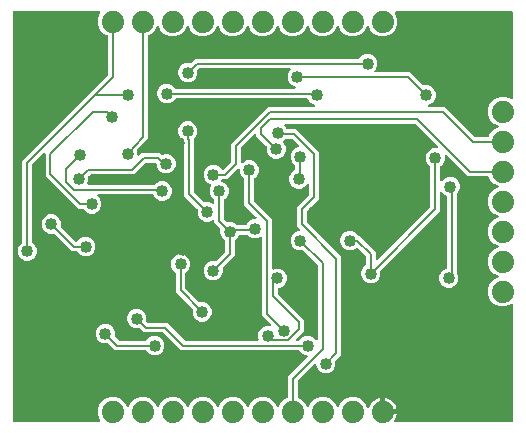
<source format=gbr>
G04 EAGLE Gerber RS-274X export*
G75*
%MOMM*%
%FSLAX34Y34*%
%LPD*%
%INBottom Copper*%
%IPPOS*%
%AMOC8*
5,1,8,0,0,1.08239X$1,22.5*%
G01*
%ADD10C,1.879600*%
%ADD11C,0.203200*%
%ADD12C,1.016000*%

G36*
X77599Y4081D02*
X77599Y4081D01*
X77713Y4091D01*
X77739Y4101D01*
X77767Y4105D01*
X77872Y4152D01*
X77979Y4193D01*
X78001Y4209D01*
X78026Y4221D01*
X78114Y4295D01*
X78205Y4364D01*
X78222Y4387D01*
X78243Y4404D01*
X78307Y4500D01*
X78376Y4592D01*
X78385Y4618D01*
X78401Y4641D01*
X78435Y4751D01*
X78476Y4858D01*
X78478Y4886D01*
X78486Y4912D01*
X78489Y5027D01*
X78499Y5141D01*
X78493Y5166D01*
X78494Y5196D01*
X78427Y5453D01*
X78423Y5469D01*
X76453Y10224D01*
X76453Y15176D01*
X78348Y19751D01*
X81849Y23252D01*
X86424Y25147D01*
X91376Y25147D01*
X95951Y23252D01*
X99452Y19751D01*
X100662Y16829D01*
X100677Y16804D01*
X100686Y16776D01*
X100749Y16681D01*
X100807Y16584D01*
X100828Y16564D01*
X100844Y16539D01*
X100931Y16466D01*
X101013Y16389D01*
X101039Y16375D01*
X101062Y16356D01*
X101165Y16310D01*
X101266Y16259D01*
X101295Y16253D01*
X101322Y16241D01*
X101434Y16225D01*
X101545Y16204D01*
X101574Y16206D01*
X101603Y16202D01*
X101715Y16218D01*
X101828Y16228D01*
X101855Y16239D01*
X101885Y16243D01*
X101988Y16289D01*
X102093Y16330D01*
X102117Y16348D01*
X102144Y16360D01*
X102230Y16433D01*
X102320Y16502D01*
X102338Y16525D01*
X102360Y16544D01*
X102402Y16611D01*
X102490Y16729D01*
X102512Y16788D01*
X102538Y16829D01*
X103748Y19751D01*
X107249Y23252D01*
X111824Y25147D01*
X116776Y25147D01*
X121351Y23252D01*
X124852Y19751D01*
X126062Y16829D01*
X126077Y16804D01*
X126086Y16776D01*
X126149Y16681D01*
X126207Y16584D01*
X126228Y16564D01*
X126244Y16539D01*
X126331Y16466D01*
X126413Y16389D01*
X126439Y16375D01*
X126462Y16356D01*
X126565Y16310D01*
X126666Y16259D01*
X126695Y16253D01*
X126722Y16241D01*
X126834Y16225D01*
X126945Y16204D01*
X126974Y16206D01*
X127003Y16202D01*
X127115Y16218D01*
X127228Y16228D01*
X127255Y16239D01*
X127285Y16243D01*
X127388Y16289D01*
X127493Y16330D01*
X127517Y16348D01*
X127544Y16360D01*
X127630Y16433D01*
X127720Y16502D01*
X127738Y16525D01*
X127760Y16544D01*
X127802Y16611D01*
X127890Y16729D01*
X127912Y16788D01*
X127938Y16829D01*
X129148Y19751D01*
X132649Y23252D01*
X137224Y25147D01*
X142176Y25147D01*
X146751Y23252D01*
X150252Y19751D01*
X151462Y16829D01*
X151477Y16804D01*
X151486Y16776D01*
X151549Y16681D01*
X151607Y16584D01*
X151628Y16564D01*
X151644Y16539D01*
X151731Y16466D01*
X151813Y16389D01*
X151839Y16375D01*
X151862Y16356D01*
X151965Y16310D01*
X152066Y16259D01*
X152095Y16253D01*
X152122Y16241D01*
X152234Y16225D01*
X152345Y16204D01*
X152374Y16206D01*
X152403Y16202D01*
X152515Y16218D01*
X152628Y16228D01*
X152655Y16239D01*
X152685Y16243D01*
X152788Y16289D01*
X152893Y16330D01*
X152917Y16348D01*
X152944Y16360D01*
X153030Y16433D01*
X153120Y16502D01*
X153138Y16525D01*
X153160Y16544D01*
X153202Y16611D01*
X153290Y16729D01*
X153312Y16788D01*
X153338Y16829D01*
X154548Y19751D01*
X158049Y23252D01*
X162624Y25147D01*
X167576Y25147D01*
X172151Y23252D01*
X175652Y19751D01*
X176862Y16829D01*
X176877Y16804D01*
X176886Y16776D01*
X176949Y16681D01*
X177007Y16584D01*
X177028Y16564D01*
X177044Y16539D01*
X177131Y16466D01*
X177213Y16389D01*
X177239Y16375D01*
X177262Y16356D01*
X177365Y16310D01*
X177466Y16259D01*
X177495Y16253D01*
X177522Y16241D01*
X177634Y16225D01*
X177745Y16204D01*
X177774Y16206D01*
X177803Y16202D01*
X177915Y16218D01*
X178028Y16228D01*
X178055Y16239D01*
X178085Y16243D01*
X178188Y16289D01*
X178293Y16330D01*
X178317Y16348D01*
X178344Y16360D01*
X178430Y16433D01*
X178520Y16502D01*
X178538Y16525D01*
X178560Y16544D01*
X178602Y16611D01*
X178690Y16729D01*
X178712Y16788D01*
X178738Y16829D01*
X179948Y19751D01*
X183449Y23252D01*
X188024Y25147D01*
X192976Y25147D01*
X197551Y23252D01*
X201052Y19751D01*
X202262Y16829D01*
X202277Y16804D01*
X202286Y16776D01*
X202349Y16681D01*
X202407Y16584D01*
X202428Y16564D01*
X202444Y16539D01*
X202531Y16466D01*
X202613Y16389D01*
X202639Y16375D01*
X202662Y16356D01*
X202765Y16310D01*
X202866Y16259D01*
X202895Y16253D01*
X202922Y16241D01*
X203034Y16225D01*
X203145Y16204D01*
X203174Y16206D01*
X203203Y16202D01*
X203315Y16218D01*
X203428Y16228D01*
X203455Y16239D01*
X203485Y16243D01*
X203588Y16289D01*
X203693Y16330D01*
X203717Y16348D01*
X203744Y16360D01*
X203830Y16433D01*
X203920Y16502D01*
X203938Y16525D01*
X203960Y16544D01*
X204002Y16611D01*
X204090Y16729D01*
X204112Y16788D01*
X204138Y16829D01*
X205348Y19751D01*
X208849Y23252D01*
X213424Y25147D01*
X218376Y25147D01*
X222951Y23252D01*
X226452Y19751D01*
X227662Y16829D01*
X227677Y16804D01*
X227686Y16776D01*
X227749Y16681D01*
X227807Y16584D01*
X227828Y16564D01*
X227844Y16539D01*
X227931Y16466D01*
X228013Y16389D01*
X228039Y16375D01*
X228062Y16356D01*
X228165Y16310D01*
X228266Y16259D01*
X228295Y16253D01*
X228322Y16241D01*
X228434Y16225D01*
X228545Y16204D01*
X228574Y16206D01*
X228603Y16202D01*
X228715Y16218D01*
X228828Y16228D01*
X228855Y16239D01*
X228885Y16243D01*
X228988Y16289D01*
X229093Y16330D01*
X229117Y16348D01*
X229144Y16360D01*
X229230Y16433D01*
X229320Y16502D01*
X229338Y16525D01*
X229360Y16544D01*
X229402Y16611D01*
X229490Y16729D01*
X229512Y16788D01*
X229538Y16829D01*
X230748Y19751D01*
X234249Y23252D01*
X236609Y24229D01*
X236610Y24230D01*
X236611Y24230D01*
X236732Y24302D01*
X236853Y24373D01*
X236854Y24375D01*
X236856Y24375D01*
X236953Y24479D01*
X237049Y24580D01*
X237049Y24582D01*
X237050Y24583D01*
X237115Y24708D01*
X237179Y24833D01*
X237179Y24834D01*
X237180Y24836D01*
X237182Y24851D01*
X237234Y25112D01*
X237231Y25142D01*
X237235Y25167D01*
X237235Y42324D01*
X253630Y58718D01*
X253647Y58742D01*
X253670Y58761D01*
X253733Y58855D01*
X253801Y58945D01*
X253811Y58973D01*
X253827Y58997D01*
X253862Y59105D01*
X253902Y59211D01*
X253904Y59240D01*
X253913Y59268D01*
X253916Y59382D01*
X253925Y59494D01*
X253920Y59523D01*
X253920Y59552D01*
X253892Y59662D01*
X253870Y59773D01*
X253856Y59799D01*
X253849Y59827D01*
X253791Y59925D01*
X253739Y60025D01*
X253718Y60047D01*
X253703Y60072D01*
X253621Y60149D01*
X253543Y60231D01*
X253517Y60246D01*
X253496Y60266D01*
X253395Y60318D01*
X253297Y60375D01*
X253269Y60382D01*
X253243Y60396D01*
X253166Y60409D01*
X253022Y60445D01*
X252959Y60443D01*
X252912Y60451D01*
X252383Y60451D01*
X249395Y61689D01*
X247072Y64013D01*
X247000Y64133D01*
X246999Y64134D01*
X246998Y64136D01*
X246896Y64231D01*
X246794Y64328D01*
X246792Y64329D01*
X246791Y64330D01*
X246666Y64394D01*
X246541Y64459D01*
X246539Y64459D01*
X246538Y64460D01*
X246523Y64462D01*
X246262Y64514D01*
X246231Y64511D01*
X246207Y64515D01*
X146906Y64515D01*
X131964Y79458D01*
X131894Y79510D01*
X131830Y79570D01*
X131781Y79596D01*
X131736Y79629D01*
X131655Y79660D01*
X131577Y79700D01*
X131529Y79708D01*
X131471Y79730D01*
X131323Y79742D01*
X131246Y79755D01*
X115156Y79755D01*
X111856Y83055D01*
X111855Y83056D01*
X111854Y83057D01*
X111736Y83146D01*
X111629Y83226D01*
X111628Y83227D01*
X111626Y83228D01*
X111493Y83278D01*
X111364Y83327D01*
X111362Y83327D01*
X111360Y83328D01*
X111222Y83339D01*
X111080Y83351D01*
X111079Y83351D01*
X111077Y83351D01*
X111062Y83347D01*
X110883Y83311D01*
X107603Y83311D01*
X104615Y84549D01*
X102329Y86835D01*
X101091Y89823D01*
X101091Y93057D01*
X102329Y96045D01*
X104615Y98331D01*
X107603Y99569D01*
X110837Y99569D01*
X113825Y98331D01*
X116111Y96045D01*
X117349Y93057D01*
X117349Y89770D01*
X117314Y89635D01*
X117314Y89633D01*
X117313Y89632D01*
X117318Y89483D01*
X117322Y89351D01*
X117322Y89349D01*
X117322Y89347D01*
X117366Y89213D01*
X117409Y89080D01*
X117409Y89078D01*
X117410Y89077D01*
X117419Y89065D01*
X117567Y88844D01*
X117590Y88824D01*
X117605Y88804D01*
X118226Y88182D01*
X118296Y88130D01*
X118360Y88070D01*
X118409Y88044D01*
X118454Y88011D01*
X118535Y87980D01*
X118613Y87940D01*
X118661Y87932D01*
X118719Y87910D01*
X118867Y87898D01*
X118944Y87885D01*
X135034Y87885D01*
X149976Y72942D01*
X150046Y72890D01*
X150110Y72830D01*
X150159Y72804D01*
X150204Y72771D01*
X150285Y72740D01*
X150363Y72700D01*
X150411Y72692D01*
X150469Y72670D01*
X150617Y72658D01*
X150694Y72645D01*
X211329Y72645D01*
X211443Y72661D01*
X211557Y72671D01*
X211583Y72681D01*
X211611Y72685D01*
X211715Y72732D01*
X211823Y72773D01*
X211845Y72789D01*
X211870Y72801D01*
X211958Y72875D01*
X212049Y72944D01*
X212066Y72967D01*
X212087Y72984D01*
X212151Y73080D01*
X212219Y73172D01*
X212229Y73198D01*
X212245Y73221D01*
X212279Y73331D01*
X212320Y73438D01*
X212322Y73466D01*
X212330Y73492D01*
X212333Y73607D01*
X212343Y73721D01*
X212337Y73746D01*
X212338Y73776D01*
X212271Y74033D01*
X212267Y74049D01*
X211835Y75091D01*
X211835Y78325D01*
X213073Y81313D01*
X215359Y83599D01*
X218347Y84837D01*
X221581Y84837D01*
X221635Y84814D01*
X221718Y84793D01*
X221799Y84762D01*
X221855Y84758D01*
X221910Y84743D01*
X221996Y84746D01*
X222082Y84739D01*
X222138Y84750D01*
X222194Y84752D01*
X222276Y84778D01*
X222361Y84795D01*
X222411Y84821D01*
X222465Y84838D01*
X222537Y84886D01*
X222613Y84926D01*
X222654Y84965D01*
X222701Y84996D01*
X222757Y85062D01*
X222819Y85121D01*
X222848Y85170D01*
X222884Y85214D01*
X222919Y85293D01*
X222963Y85367D01*
X222977Y85422D01*
X223000Y85474D01*
X223012Y85559D01*
X223033Y85642D01*
X223031Y85699D01*
X223039Y85755D01*
X223027Y85841D01*
X223024Y85926D01*
X223006Y85980D01*
X222998Y86037D01*
X222963Y86115D01*
X222936Y86197D01*
X222908Y86237D01*
X222881Y86296D01*
X222787Y86406D01*
X222741Y86470D01*
X215645Y93566D01*
X215645Y159847D01*
X215629Y159961D01*
X215619Y160075D01*
X215609Y160101D01*
X215605Y160128D01*
X215558Y160233D01*
X215517Y160340D01*
X215501Y160362D01*
X215489Y160388D01*
X215415Y160475D01*
X215346Y160567D01*
X215323Y160584D01*
X215306Y160605D01*
X215210Y160668D01*
X215118Y160737D01*
X215092Y160747D01*
X215069Y160762D01*
X214959Y160797D01*
X214852Y160838D01*
X214824Y160840D01*
X214798Y160848D01*
X214683Y160851D01*
X214569Y160860D01*
X214544Y160855D01*
X214514Y160855D01*
X214257Y160788D01*
X214241Y160785D01*
X211167Y159511D01*
X207933Y159511D01*
X204945Y160749D01*
X203686Y162008D01*
X203616Y162060D01*
X203553Y162120D01*
X203503Y162146D01*
X203459Y162179D01*
X203377Y162210D01*
X203300Y162250D01*
X203252Y162258D01*
X203194Y162280D01*
X203046Y162292D01*
X202968Y162305D01*
X196279Y162305D01*
X196278Y162305D01*
X196276Y162305D01*
X196135Y162285D01*
X195998Y162265D01*
X195996Y162265D01*
X195995Y162265D01*
X195867Y162207D01*
X195738Y162149D01*
X195737Y162148D01*
X195736Y162147D01*
X195628Y162056D01*
X195521Y161966D01*
X195520Y161964D01*
X195519Y161963D01*
X195511Y161950D01*
X195364Y161729D01*
X195354Y161700D01*
X195341Y161679D01*
X194851Y160495D01*
X192510Y158154D01*
X192447Y158117D01*
X192446Y158116D01*
X192444Y158115D01*
X192346Y158010D01*
X192252Y157910D01*
X192251Y157909D01*
X192250Y157908D01*
X192183Y157778D01*
X192121Y157657D01*
X192121Y157656D01*
X192120Y157654D01*
X192118Y157639D01*
X192066Y157379D01*
X192069Y157348D01*
X192065Y157323D01*
X192065Y144406D01*
X189386Y141728D01*
X182375Y134716D01*
X182374Y134715D01*
X182372Y134714D01*
X182361Y134699D01*
X182353Y134692D01*
X182327Y134654D01*
X182289Y134602D01*
X182204Y134489D01*
X182203Y134488D01*
X182202Y134486D01*
X182153Y134356D01*
X182103Y134224D01*
X182103Y134222D01*
X182102Y134220D01*
X182091Y134078D01*
X182079Y133940D01*
X182079Y133939D01*
X182079Y133937D01*
X182083Y133921D01*
X182119Y133743D01*
X182119Y130463D01*
X180881Y127475D01*
X178595Y125189D01*
X175607Y123951D01*
X172373Y123951D01*
X169385Y125189D01*
X167099Y127475D01*
X165861Y130463D01*
X165861Y133697D01*
X167099Y136685D01*
X169385Y138971D01*
X172373Y140209D01*
X175660Y140209D01*
X175795Y140174D01*
X175797Y140174D01*
X175798Y140173D01*
X175937Y140178D01*
X176079Y140182D01*
X176081Y140182D01*
X176083Y140182D01*
X176214Y140225D01*
X176350Y140268D01*
X176351Y140269D01*
X176353Y140270D01*
X176366Y140279D01*
X176586Y140427D01*
X176606Y140450D01*
X176626Y140465D01*
X183598Y147436D01*
X183650Y147506D01*
X183710Y147570D01*
X183736Y147619D01*
X183769Y147664D01*
X183800Y147745D01*
X183840Y147823D01*
X183848Y147871D01*
X183870Y147929D01*
X183881Y148062D01*
X183881Y148066D01*
X183882Y148077D01*
X183895Y148154D01*
X183895Y157307D01*
X183895Y157308D01*
X183895Y157310D01*
X183875Y157449D01*
X183855Y157588D01*
X183855Y157590D01*
X183855Y157591D01*
X183797Y157718D01*
X183739Y157848D01*
X183738Y157849D01*
X183737Y157850D01*
X183646Y157958D01*
X183556Y158065D01*
X183554Y158066D01*
X183553Y158067D01*
X183540Y158075D01*
X183388Y158177D01*
X181069Y160495D01*
X179831Y163483D01*
X179831Y166770D01*
X179866Y166905D01*
X179866Y166907D01*
X179867Y166908D01*
X179862Y167047D01*
X179858Y167189D01*
X179858Y167191D01*
X179858Y167193D01*
X179815Y167326D01*
X179772Y167460D01*
X179771Y167461D01*
X179770Y167463D01*
X179761Y167476D01*
X179613Y167696D01*
X179590Y167716D01*
X179575Y167736D01*
X177684Y169628D01*
X175005Y172306D01*
X175005Y173817D01*
X174989Y173931D01*
X174979Y174045D01*
X174969Y174071D01*
X174965Y174098D01*
X174918Y174203D01*
X174877Y174310D01*
X174861Y174332D01*
X174849Y174358D01*
X174775Y174445D01*
X174706Y174537D01*
X174683Y174554D01*
X174666Y174575D01*
X174570Y174638D01*
X174478Y174707D01*
X174452Y174717D01*
X174429Y174732D01*
X174319Y174767D01*
X174212Y174808D01*
X174184Y174810D01*
X174158Y174818D01*
X174043Y174821D01*
X173929Y174830D01*
X173904Y174825D01*
X173874Y174825D01*
X173617Y174758D01*
X173601Y174755D01*
X170527Y173481D01*
X167293Y173481D01*
X164305Y174719D01*
X162019Y177005D01*
X160781Y179993D01*
X160781Y183280D01*
X160816Y183415D01*
X160816Y183417D01*
X160817Y183418D01*
X160812Y183559D01*
X160808Y183699D01*
X160808Y183701D01*
X160808Y183703D01*
X160764Y183837D01*
X160721Y183970D01*
X160721Y183972D01*
X160720Y183973D01*
X160711Y183985D01*
X160563Y184206D01*
X160540Y184226D01*
X160525Y184246D01*
X149605Y195166D01*
X149605Y240466D01*
X149593Y240552D01*
X149590Y240640D01*
X149573Y240692D01*
X149565Y240747D01*
X149530Y240827D01*
X149503Y240910D01*
X149475Y240950D01*
X149449Y241007D01*
X149353Y241120D01*
X149308Y241184D01*
X148335Y242156D01*
X148335Y242397D01*
X148335Y242398D01*
X148335Y242400D01*
X148316Y242532D01*
X148295Y242678D01*
X148295Y242680D01*
X148295Y242681D01*
X148240Y242802D01*
X148179Y242938D01*
X148178Y242939D01*
X148177Y242940D01*
X148085Y243049D01*
X147996Y243155D01*
X147994Y243156D01*
X147993Y243157D01*
X147980Y243165D01*
X147828Y243267D01*
X145509Y245585D01*
X144271Y248573D01*
X144271Y251807D01*
X145509Y254795D01*
X147795Y257081D01*
X150783Y258319D01*
X154017Y258319D01*
X157005Y257081D01*
X159291Y254795D01*
X160529Y251807D01*
X160529Y248573D01*
X159291Y245585D01*
X158032Y244326D01*
X157980Y244257D01*
X157920Y244193D01*
X157894Y244143D01*
X157861Y244099D01*
X157830Y244017D01*
X157790Y243939D01*
X157782Y243892D01*
X157760Y243833D01*
X157748Y243686D01*
X157735Y243608D01*
X157735Y198954D01*
X157742Y198902D01*
X157741Y198876D01*
X157747Y198853D01*
X157750Y198780D01*
X157767Y198728D01*
X157775Y198673D01*
X157810Y198593D01*
X157837Y198510D01*
X157865Y198470D01*
X157891Y198413D01*
X157987Y198300D01*
X158032Y198236D01*
X166274Y189995D01*
X166275Y189994D01*
X166276Y189993D01*
X166394Y189904D01*
X166501Y189824D01*
X166502Y189823D01*
X166504Y189822D01*
X166637Y189772D01*
X166766Y189723D01*
X166768Y189723D01*
X166770Y189722D01*
X166908Y189711D01*
X167050Y189699D01*
X167051Y189699D01*
X167053Y189699D01*
X167068Y189703D01*
X167247Y189739D01*
X170527Y189739D01*
X173601Y188465D01*
X173713Y188437D01*
X173822Y188402D01*
X173850Y188401D01*
X173877Y188394D01*
X173991Y188398D01*
X174106Y188395D01*
X174133Y188402D01*
X174161Y188402D01*
X174270Y188437D01*
X174381Y188466D01*
X174405Y188481D01*
X174432Y188489D01*
X174527Y188553D01*
X174626Y188612D01*
X174645Y188632D01*
X174668Y188647D01*
X174742Y188735D01*
X174820Y188819D01*
X174833Y188844D01*
X174851Y188865D01*
X174897Y188970D01*
X174950Y189072D01*
X174954Y189097D01*
X174966Y189125D01*
X175003Y189388D01*
X175005Y189403D01*
X175005Y191597D01*
X175005Y191598D01*
X175005Y191600D01*
X174985Y191739D01*
X174965Y191878D01*
X174965Y191880D01*
X174965Y191881D01*
X174907Y192008D01*
X174849Y192138D01*
X174848Y192139D01*
X174847Y192140D01*
X174755Y192249D01*
X174666Y192355D01*
X174664Y192356D01*
X174663Y192357D01*
X174650Y192365D01*
X174498Y192467D01*
X172179Y194785D01*
X170941Y197773D01*
X170941Y201007D01*
X172256Y204181D01*
X172271Y204238D01*
X172294Y204291D01*
X172306Y204375D01*
X172327Y204456D01*
X172325Y204515D01*
X172333Y204573D01*
X172321Y204656D01*
X172319Y204740D01*
X172301Y204796D01*
X172293Y204854D01*
X172258Y204931D01*
X172232Y205011D01*
X172200Y205060D01*
X172175Y205113D01*
X172121Y205177D01*
X172074Y205247D01*
X172029Y205285D01*
X171991Y205329D01*
X171933Y205366D01*
X171856Y205430D01*
X171765Y205471D01*
X171707Y205507D01*
X169385Y206469D01*
X167099Y208755D01*
X165861Y211743D01*
X165861Y214977D01*
X167099Y217965D01*
X169385Y220251D01*
X172373Y221489D01*
X175607Y221489D01*
X178595Y220251D01*
X180918Y217927D01*
X180990Y217807D01*
X180991Y217806D01*
X180992Y217804D01*
X181096Y217706D01*
X181196Y217612D01*
X181198Y217611D01*
X181199Y217610D01*
X181324Y217546D01*
X181449Y217481D01*
X181451Y217481D01*
X181452Y217480D01*
X181467Y217478D01*
X181728Y217426D01*
X181759Y217429D01*
X181783Y217425D01*
X182046Y217425D01*
X182132Y217437D01*
X182220Y217440D01*
X182272Y217457D01*
X182327Y217465D01*
X182407Y217500D01*
X182490Y217527D01*
X182530Y217555D01*
X182587Y217581D01*
X182700Y217677D01*
X182764Y217722D01*
X188678Y223636D01*
X188730Y223706D01*
X188790Y223770D01*
X188816Y223819D01*
X188849Y223864D01*
X188880Y223945D01*
X188920Y224023D01*
X188928Y224071D01*
X188950Y224129D01*
X188955Y224185D01*
X188961Y224206D01*
X188963Y224283D01*
X188975Y224354D01*
X188975Y239174D01*
X220566Y270765D01*
X259188Y270765D01*
X259273Y270777D01*
X259359Y270779D01*
X259413Y270797D01*
X259470Y270805D01*
X259548Y270840D01*
X259630Y270866D01*
X259677Y270898D01*
X259729Y270921D01*
X259795Y270976D01*
X259866Y271024D01*
X259903Y271068D01*
X259946Y271104D01*
X259994Y271176D01*
X260049Y271242D01*
X260072Y271294D01*
X260104Y271341D01*
X260130Y271423D01*
X260164Y271502D01*
X260172Y271558D01*
X260189Y271612D01*
X260192Y271698D01*
X260203Y271783D01*
X260195Y271839D01*
X260197Y271896D01*
X260175Y271979D01*
X260163Y272064D01*
X260139Y272116D01*
X260125Y272171D01*
X260081Y272245D01*
X260046Y272324D01*
X260009Y272367D01*
X259980Y272416D01*
X259917Y272475D01*
X259861Y272540D01*
X259819Y272566D01*
X259772Y272610D01*
X259643Y272676D01*
X259577Y272718D01*
X257015Y273779D01*
X254729Y276065D01*
X254239Y277249D01*
X254238Y277250D01*
X254238Y277251D01*
X254167Y277370D01*
X254094Y277493D01*
X254093Y277494D01*
X254092Y277496D01*
X253988Y277593D01*
X253888Y277689D01*
X253886Y277689D01*
X253885Y277690D01*
X253759Y277755D01*
X253635Y277819D01*
X253633Y277819D01*
X253632Y277820D01*
X253617Y277822D01*
X253356Y277874D01*
X253325Y277871D01*
X253301Y277875D01*
X142413Y277875D01*
X142412Y277875D01*
X142410Y277875D01*
X142271Y277855D01*
X142132Y277835D01*
X142130Y277835D01*
X142129Y277835D01*
X142002Y277777D01*
X141872Y277719D01*
X141871Y277718D01*
X141870Y277717D01*
X141761Y277625D01*
X141655Y277536D01*
X141654Y277534D01*
X141653Y277533D01*
X141645Y277520D01*
X141543Y277368D01*
X139225Y275049D01*
X136237Y273811D01*
X133003Y273811D01*
X130015Y275049D01*
X127729Y277335D01*
X126491Y280323D01*
X126491Y283557D01*
X127729Y286545D01*
X130015Y288831D01*
X133003Y290069D01*
X136237Y290069D01*
X139225Y288831D01*
X141548Y286507D01*
X141620Y286387D01*
X141621Y286386D01*
X141622Y286384D01*
X141724Y286289D01*
X141826Y286192D01*
X141828Y286191D01*
X141829Y286190D01*
X141954Y286126D01*
X142079Y286061D01*
X142081Y286061D01*
X142082Y286060D01*
X142097Y286058D01*
X142358Y286006D01*
X142389Y286009D01*
X142413Y286005D01*
X242678Y286005D01*
X242763Y286017D01*
X242849Y286019D01*
X242903Y286037D01*
X242960Y286045D01*
X243038Y286080D01*
X243120Y286106D01*
X243167Y286138D01*
X243219Y286161D01*
X243285Y286216D01*
X243356Y286264D01*
X243393Y286308D01*
X243436Y286344D01*
X243484Y286416D01*
X243539Y286482D01*
X243562Y286534D01*
X243594Y286581D01*
X243620Y286663D01*
X243654Y286742D01*
X243662Y286798D01*
X243679Y286852D01*
X243682Y286938D01*
X243693Y287023D01*
X243685Y287079D01*
X243687Y287136D01*
X243665Y287219D01*
X243653Y287304D01*
X243629Y287356D01*
X243615Y287411D01*
X243571Y287485D01*
X243536Y287564D01*
X243499Y287607D01*
X243470Y287656D01*
X243407Y287715D01*
X243351Y287780D01*
X243309Y287806D01*
X243262Y287850D01*
X243133Y287916D01*
X243067Y287958D01*
X240505Y289019D01*
X238219Y291305D01*
X236981Y294293D01*
X236981Y297527D01*
X238219Y300515D01*
X239246Y301542D01*
X239264Y301566D01*
X239286Y301585D01*
X239349Y301679D01*
X239417Y301769D01*
X239428Y301797D01*
X239444Y301821D01*
X239478Y301929D01*
X239518Y302035D01*
X239521Y302064D01*
X239530Y302092D01*
X239533Y302206D01*
X239542Y302318D01*
X239536Y302347D01*
X239537Y302376D01*
X239508Y302486D01*
X239486Y302597D01*
X239473Y302623D01*
X239465Y302651D01*
X239408Y302749D01*
X239355Y302849D01*
X239335Y302871D01*
X239320Y302896D01*
X239237Y302973D01*
X239159Y303055D01*
X239134Y303070D01*
X239113Y303090D01*
X239012Y303142D01*
X238914Y303199D01*
X238886Y303206D01*
X238860Y303220D01*
X238782Y303233D01*
X238639Y303269D01*
X238576Y303267D01*
X238528Y303275D01*
X162124Y303275D01*
X162038Y303263D01*
X161950Y303260D01*
X161898Y303243D01*
X161843Y303235D01*
X161763Y303200D01*
X161680Y303173D01*
X161640Y303145D01*
X161583Y303119D01*
X161470Y303023D01*
X161406Y302978D01*
X160785Y302356D01*
X160784Y302355D01*
X160782Y302354D01*
X160699Y302242D01*
X160614Y302129D01*
X160613Y302128D01*
X160612Y302126D01*
X160564Y301998D01*
X160513Y301864D01*
X160513Y301862D01*
X160512Y301860D01*
X160501Y301718D01*
X160489Y301580D01*
X160489Y301579D01*
X160489Y301577D01*
X160493Y301560D01*
X160529Y301383D01*
X160529Y298103D01*
X159291Y295115D01*
X157005Y292829D01*
X154017Y291591D01*
X150783Y291591D01*
X147795Y292829D01*
X145509Y295115D01*
X144271Y298103D01*
X144271Y301337D01*
X145509Y304325D01*
X147795Y306611D01*
X150783Y307849D01*
X154070Y307849D01*
X154205Y307814D01*
X154207Y307814D01*
X154208Y307813D01*
X154347Y307818D01*
X154489Y307822D01*
X154491Y307822D01*
X154493Y307822D01*
X154624Y307865D01*
X154760Y307908D01*
X154761Y307909D01*
X154763Y307910D01*
X154776Y307919D01*
X154996Y308067D01*
X155016Y308090D01*
X155036Y308105D01*
X158336Y311405D01*
X297007Y311405D01*
X297008Y311405D01*
X297010Y311405D01*
X297149Y311425D01*
X297288Y311445D01*
X297290Y311445D01*
X297291Y311445D01*
X297418Y311503D01*
X297548Y311561D01*
X297549Y311562D01*
X297550Y311563D01*
X297659Y311655D01*
X297765Y311744D01*
X297766Y311746D01*
X297767Y311747D01*
X297775Y311760D01*
X297877Y311912D01*
X300195Y314231D01*
X303183Y315469D01*
X306417Y315469D01*
X309405Y314231D01*
X311691Y311945D01*
X312929Y308957D01*
X312929Y305723D01*
X311691Y302735D01*
X310664Y301708D01*
X310646Y301684D01*
X310624Y301665D01*
X310561Y301571D01*
X310493Y301481D01*
X310482Y301453D01*
X310466Y301429D01*
X310432Y301321D01*
X310392Y301215D01*
X310389Y301186D01*
X310380Y301158D01*
X310377Y301044D01*
X310368Y300932D01*
X310374Y300903D01*
X310373Y300874D01*
X310402Y300764D01*
X310424Y300653D01*
X310437Y300627D01*
X310445Y300599D01*
X310502Y300501D01*
X310555Y300401D01*
X310575Y300379D01*
X310590Y300354D01*
X310673Y300277D01*
X310751Y300195D01*
X310776Y300180D01*
X310797Y300160D01*
X310898Y300108D01*
X310996Y300051D01*
X311024Y300044D01*
X311050Y300030D01*
X311128Y300017D01*
X311271Y299981D01*
X311334Y299983D01*
X311382Y299975D01*
X340774Y299975D01*
X351694Y289055D01*
X351695Y289054D01*
X351696Y289052D01*
X351808Y288969D01*
X351921Y288884D01*
X351922Y288883D01*
X351924Y288882D01*
X352054Y288833D01*
X352186Y288783D01*
X352188Y288783D01*
X352190Y288782D01*
X352332Y288771D01*
X352470Y288759D01*
X352471Y288759D01*
X352473Y288759D01*
X352489Y288763D01*
X352667Y288799D01*
X355947Y288799D01*
X358935Y287561D01*
X361221Y285275D01*
X362459Y282287D01*
X362459Y279053D01*
X361221Y276065D01*
X358935Y273779D01*
X356373Y272718D01*
X356299Y272674D01*
X356221Y272639D01*
X356178Y272602D01*
X356129Y272573D01*
X356070Y272511D01*
X356004Y272455D01*
X355972Y272408D01*
X355933Y272367D01*
X355894Y272290D01*
X355846Y272219D01*
X355829Y272165D01*
X355803Y272114D01*
X355787Y272030D01*
X355761Y271948D01*
X355759Y271891D01*
X355748Y271835D01*
X355756Y271750D01*
X355753Y271664D01*
X355768Y271609D01*
X355773Y271552D01*
X355803Y271472D01*
X355825Y271389D01*
X355854Y271340D01*
X355875Y271287D01*
X355927Y271218D01*
X355970Y271144D01*
X356012Y271105D01*
X356046Y271060D01*
X356115Y271008D01*
X356178Y270950D01*
X356228Y270924D01*
X356274Y270890D01*
X356354Y270859D01*
X356431Y270820D01*
X356480Y270812D01*
X356540Y270789D01*
X356685Y270778D01*
X356762Y270765D01*
X369984Y270765D01*
X395086Y245662D01*
X395156Y245610D01*
X395220Y245550D01*
X395269Y245524D01*
X395314Y245491D01*
X395395Y245460D01*
X395473Y245420D01*
X395521Y245412D01*
X395579Y245390D01*
X395727Y245378D01*
X395804Y245365D01*
X406633Y245365D01*
X406635Y245365D01*
X406636Y245365D01*
X406775Y245385D01*
X406915Y245405D01*
X406916Y245405D01*
X406918Y245405D01*
X407043Y245462D01*
X407174Y245521D01*
X407175Y245522D01*
X407177Y245523D01*
X407284Y245614D01*
X407391Y245704D01*
X407392Y245706D01*
X407393Y245707D01*
X407401Y245720D01*
X407549Y245941D01*
X407558Y245970D01*
X407571Y245991D01*
X408548Y248351D01*
X412049Y251852D01*
X414971Y253062D01*
X414996Y253077D01*
X415024Y253086D01*
X415119Y253149D01*
X415216Y253207D01*
X415236Y253228D01*
X415261Y253244D01*
X415333Y253331D01*
X415411Y253413D01*
X415425Y253439D01*
X415443Y253462D01*
X415489Y253565D01*
X415541Y253666D01*
X415547Y253695D01*
X415559Y253722D01*
X415575Y253834D01*
X415596Y253945D01*
X415594Y253974D01*
X415598Y254003D01*
X415582Y254115D01*
X415572Y254228D01*
X415561Y254255D01*
X415557Y254284D01*
X415511Y254388D01*
X415470Y254493D01*
X415452Y254517D01*
X415440Y254544D01*
X415367Y254630D01*
X415298Y254720D01*
X415275Y254738D01*
X415256Y254760D01*
X415189Y254802D01*
X415071Y254890D01*
X415012Y254912D01*
X414971Y254938D01*
X412049Y256148D01*
X408548Y259649D01*
X406653Y264224D01*
X406653Y269176D01*
X408548Y273751D01*
X412049Y277252D01*
X416624Y279147D01*
X421576Y279147D01*
X426331Y277177D01*
X426443Y277148D01*
X426552Y277114D01*
X426580Y277113D01*
X426607Y277106D01*
X426721Y277109D01*
X426836Y277106D01*
X426863Y277113D01*
X426891Y277114D01*
X427000Y277149D01*
X427111Y277178D01*
X427135Y277192D01*
X427162Y277201D01*
X427257Y277265D01*
X427356Y277323D01*
X427375Y277344D01*
X427398Y277359D01*
X427472Y277447D01*
X427550Y277531D01*
X427563Y277555D01*
X427581Y277577D01*
X427627Y277681D01*
X427680Y277784D01*
X427684Y277808D01*
X427696Y277836D01*
X427721Y278012D01*
X427721Y278014D01*
X427721Y278018D01*
X427733Y278100D01*
X427735Y278115D01*
X427735Y350520D01*
X427727Y350578D01*
X427729Y350636D01*
X427707Y350718D01*
X427695Y350802D01*
X427672Y350855D01*
X427657Y350911D01*
X427614Y350984D01*
X427579Y351061D01*
X427541Y351106D01*
X427512Y351156D01*
X427450Y351214D01*
X427396Y351278D01*
X427347Y351310D01*
X427304Y351350D01*
X427229Y351389D01*
X427159Y351436D01*
X427103Y351453D01*
X427051Y351480D01*
X426983Y351491D01*
X426888Y351521D01*
X426788Y351524D01*
X426720Y351535D01*
X328915Y351535D01*
X328801Y351519D01*
X328687Y351509D01*
X328661Y351499D01*
X328633Y351495D01*
X328528Y351448D01*
X328421Y351407D01*
X328399Y351391D01*
X328374Y351379D01*
X328286Y351305D01*
X328195Y351236D01*
X328178Y351213D01*
X328157Y351196D01*
X328093Y351100D01*
X328025Y351008D01*
X328015Y350982D01*
X327999Y350959D01*
X327965Y350849D01*
X327924Y350742D01*
X327922Y350714D01*
X327914Y350688D01*
X327911Y350573D01*
X327901Y350459D01*
X327907Y350434D01*
X327906Y350404D01*
X327973Y350147D01*
X327977Y350131D01*
X329947Y345376D01*
X329947Y340424D01*
X328052Y335849D01*
X324551Y332348D01*
X319976Y330453D01*
X315024Y330453D01*
X310449Y332348D01*
X306948Y335849D01*
X305738Y338771D01*
X305723Y338796D01*
X305714Y338824D01*
X305651Y338919D01*
X305593Y339016D01*
X305572Y339036D01*
X305556Y339061D01*
X305469Y339134D01*
X305387Y339211D01*
X305361Y339225D01*
X305338Y339244D01*
X305235Y339290D01*
X305134Y339341D01*
X305105Y339347D01*
X305078Y339359D01*
X304966Y339375D01*
X304855Y339396D01*
X304826Y339394D01*
X304797Y339398D01*
X304685Y339382D01*
X304572Y339372D01*
X304545Y339361D01*
X304515Y339357D01*
X304412Y339311D01*
X304307Y339270D01*
X304283Y339252D01*
X304256Y339240D01*
X304170Y339167D01*
X304080Y339098D01*
X304062Y339075D01*
X304040Y339056D01*
X303998Y338989D01*
X303910Y338871D01*
X303888Y338812D01*
X303862Y338771D01*
X302652Y335849D01*
X299151Y332348D01*
X294576Y330453D01*
X289624Y330453D01*
X285049Y332348D01*
X281548Y335849D01*
X280338Y338771D01*
X280323Y338796D01*
X280314Y338824D01*
X280251Y338919D01*
X280193Y339016D01*
X280172Y339036D01*
X280156Y339061D01*
X280069Y339134D01*
X279987Y339211D01*
X279961Y339225D01*
X279938Y339244D01*
X279835Y339290D01*
X279734Y339341D01*
X279705Y339347D01*
X279678Y339359D01*
X279566Y339375D01*
X279455Y339396D01*
X279426Y339394D01*
X279397Y339398D01*
X279285Y339382D01*
X279172Y339372D01*
X279145Y339361D01*
X279115Y339357D01*
X279012Y339311D01*
X278907Y339270D01*
X278883Y339252D01*
X278856Y339240D01*
X278770Y339167D01*
X278680Y339098D01*
X278662Y339075D01*
X278640Y339056D01*
X278598Y338989D01*
X278510Y338871D01*
X278488Y338812D01*
X278462Y338771D01*
X277252Y335849D01*
X273751Y332348D01*
X269176Y330453D01*
X264224Y330453D01*
X259649Y332348D01*
X256148Y335849D01*
X254938Y338771D01*
X254923Y338796D01*
X254914Y338824D01*
X254851Y338919D01*
X254793Y339016D01*
X254772Y339036D01*
X254756Y339061D01*
X254669Y339134D01*
X254587Y339211D01*
X254561Y339225D01*
X254538Y339244D01*
X254435Y339290D01*
X254334Y339341D01*
X254305Y339347D01*
X254278Y339359D01*
X254166Y339375D01*
X254055Y339396D01*
X254026Y339394D01*
X253997Y339398D01*
X253885Y339382D01*
X253772Y339372D01*
X253745Y339361D01*
X253715Y339357D01*
X253612Y339311D01*
X253507Y339270D01*
X253483Y339252D01*
X253456Y339240D01*
X253370Y339167D01*
X253280Y339098D01*
X253262Y339075D01*
X253240Y339056D01*
X253198Y338989D01*
X253110Y338871D01*
X253088Y338812D01*
X253062Y338771D01*
X251852Y335849D01*
X248351Y332348D01*
X243776Y330453D01*
X238824Y330453D01*
X234249Y332348D01*
X230748Y335849D01*
X229538Y338771D01*
X229523Y338796D01*
X229514Y338824D01*
X229451Y338919D01*
X229393Y339016D01*
X229372Y339036D01*
X229356Y339061D01*
X229269Y339134D01*
X229187Y339211D01*
X229161Y339225D01*
X229138Y339244D01*
X229035Y339290D01*
X228934Y339341D01*
X228905Y339347D01*
X228878Y339359D01*
X228766Y339375D01*
X228655Y339396D01*
X228626Y339394D01*
X228597Y339398D01*
X228485Y339382D01*
X228372Y339372D01*
X228345Y339361D01*
X228315Y339357D01*
X228212Y339311D01*
X228107Y339270D01*
X228083Y339252D01*
X228056Y339240D01*
X227970Y339167D01*
X227880Y339098D01*
X227862Y339075D01*
X227840Y339056D01*
X227798Y338989D01*
X227710Y338871D01*
X227688Y338812D01*
X227662Y338771D01*
X226452Y335849D01*
X222951Y332348D01*
X218376Y330453D01*
X213424Y330453D01*
X208849Y332348D01*
X205348Y335849D01*
X204138Y338771D01*
X204123Y338796D01*
X204114Y338824D01*
X204051Y338919D01*
X203993Y339016D01*
X203972Y339036D01*
X203956Y339061D01*
X203869Y339134D01*
X203787Y339211D01*
X203761Y339225D01*
X203738Y339244D01*
X203635Y339290D01*
X203534Y339341D01*
X203505Y339347D01*
X203478Y339359D01*
X203366Y339375D01*
X203255Y339396D01*
X203226Y339394D01*
X203197Y339398D01*
X203085Y339382D01*
X202972Y339372D01*
X202945Y339361D01*
X202915Y339357D01*
X202812Y339311D01*
X202707Y339270D01*
X202683Y339252D01*
X202656Y339240D01*
X202570Y339167D01*
X202480Y339098D01*
X202462Y339075D01*
X202440Y339056D01*
X202398Y338989D01*
X202310Y338871D01*
X202288Y338812D01*
X202262Y338771D01*
X201052Y335849D01*
X197551Y332348D01*
X192976Y330453D01*
X188024Y330453D01*
X183449Y332348D01*
X179948Y335849D01*
X178738Y338771D01*
X178723Y338796D01*
X178714Y338824D01*
X178651Y338919D01*
X178593Y339016D01*
X178572Y339036D01*
X178556Y339061D01*
X178469Y339134D01*
X178387Y339211D01*
X178361Y339225D01*
X178338Y339244D01*
X178235Y339290D01*
X178134Y339341D01*
X178105Y339347D01*
X178078Y339359D01*
X177966Y339375D01*
X177855Y339396D01*
X177826Y339394D01*
X177797Y339398D01*
X177685Y339382D01*
X177572Y339372D01*
X177545Y339361D01*
X177515Y339357D01*
X177412Y339311D01*
X177307Y339270D01*
X177283Y339252D01*
X177256Y339240D01*
X177170Y339167D01*
X177080Y339098D01*
X177062Y339075D01*
X177040Y339056D01*
X176998Y338989D01*
X176910Y338871D01*
X176888Y338812D01*
X176862Y338771D01*
X175652Y335849D01*
X172151Y332348D01*
X167576Y330453D01*
X162624Y330453D01*
X158049Y332348D01*
X154548Y335849D01*
X153338Y338771D01*
X153323Y338796D01*
X153314Y338824D01*
X153251Y338919D01*
X153193Y339016D01*
X153172Y339036D01*
X153156Y339061D01*
X153069Y339134D01*
X152987Y339211D01*
X152961Y339225D01*
X152938Y339244D01*
X152835Y339290D01*
X152734Y339341D01*
X152705Y339347D01*
X152678Y339359D01*
X152566Y339375D01*
X152455Y339396D01*
X152426Y339394D01*
X152397Y339398D01*
X152285Y339382D01*
X152172Y339372D01*
X152145Y339361D01*
X152115Y339357D01*
X152012Y339311D01*
X151907Y339270D01*
X151883Y339252D01*
X151856Y339240D01*
X151770Y339167D01*
X151680Y339098D01*
X151662Y339075D01*
X151640Y339056D01*
X151598Y338989D01*
X151510Y338871D01*
X151488Y338812D01*
X151462Y338771D01*
X150252Y335849D01*
X146751Y332348D01*
X142176Y330453D01*
X137224Y330453D01*
X132649Y332348D01*
X129148Y335849D01*
X127938Y338771D01*
X127923Y338796D01*
X127914Y338824D01*
X127851Y338919D01*
X127793Y339016D01*
X127772Y339036D01*
X127756Y339061D01*
X127669Y339134D01*
X127587Y339211D01*
X127561Y339225D01*
X127538Y339244D01*
X127435Y339290D01*
X127334Y339341D01*
X127305Y339347D01*
X127278Y339359D01*
X127166Y339375D01*
X127055Y339396D01*
X127026Y339394D01*
X126997Y339398D01*
X126885Y339382D01*
X126772Y339372D01*
X126745Y339361D01*
X126715Y339357D01*
X126612Y339311D01*
X126507Y339270D01*
X126483Y339252D01*
X126456Y339240D01*
X126370Y339167D01*
X126280Y339098D01*
X126262Y339075D01*
X126240Y339056D01*
X126198Y338989D01*
X126110Y338871D01*
X126088Y338812D01*
X126062Y338771D01*
X124852Y335849D01*
X121351Y332348D01*
X118991Y331371D01*
X118990Y331370D01*
X118989Y331370D01*
X118868Y331298D01*
X118747Y331227D01*
X118746Y331225D01*
X118744Y331225D01*
X118647Y331121D01*
X118551Y331020D01*
X118551Y331018D01*
X118550Y331017D01*
X118485Y330892D01*
X118421Y330767D01*
X118421Y330766D01*
X118420Y330764D01*
X118418Y330749D01*
X118366Y330488D01*
X118369Y330458D01*
X118365Y330433D01*
X118365Y245231D01*
X118368Y245204D01*
X118366Y245183D01*
X118445Y243525D01*
X118425Y243487D01*
X117260Y242321D01*
X117252Y242311D01*
X117249Y242309D01*
X117244Y242300D01*
X117227Y242287D01*
X109797Y234114D01*
X109730Y234015D01*
X109658Y233919D01*
X109650Y233898D01*
X109637Y233879D01*
X109600Y233765D01*
X109558Y233653D01*
X109556Y233631D01*
X109549Y233609D01*
X109544Y233489D01*
X109535Y233370D01*
X109540Y233350D01*
X109539Y233325D01*
X109608Y233049D01*
X109610Y233046D01*
X109610Y233043D01*
X109729Y232757D01*
X109729Y230328D01*
X109733Y230299D01*
X109730Y230270D01*
X109753Y230159D01*
X109769Y230047D01*
X109781Y230020D01*
X109786Y229991D01*
X109839Y229890D01*
X109885Y229787D01*
X109904Y229765D01*
X109917Y229739D01*
X109995Y229657D01*
X110068Y229570D01*
X110093Y229554D01*
X110113Y229533D01*
X110211Y229476D01*
X110305Y229413D01*
X110333Y229404D01*
X110358Y229389D01*
X110468Y229361D01*
X110576Y229327D01*
X110606Y229326D01*
X110634Y229319D01*
X110747Y229322D01*
X110860Y229320D01*
X110889Y229327D01*
X110918Y229328D01*
X111026Y229363D01*
X111135Y229391D01*
X111161Y229406D01*
X111189Y229415D01*
X111252Y229461D01*
X111380Y229537D01*
X111423Y229582D01*
X111462Y229610D01*
X113416Y231565D01*
X128784Y231565D01*
X130049Y230299D01*
X130051Y230298D01*
X130052Y230297D01*
X130165Y230212D01*
X130277Y230128D01*
X130278Y230128D01*
X130279Y230127D01*
X130410Y230077D01*
X130542Y230027D01*
X130544Y230027D01*
X130545Y230026D01*
X130684Y230015D01*
X130826Y230003D01*
X130827Y230004D01*
X130829Y230004D01*
X130843Y230007D01*
X131104Y230059D01*
X131131Y230073D01*
X131156Y230079D01*
X132483Y230629D01*
X135717Y230629D01*
X138705Y229391D01*
X140991Y227105D01*
X142229Y224117D01*
X142229Y220883D01*
X140991Y217895D01*
X138705Y215609D01*
X135717Y214371D01*
X132483Y214371D01*
X129495Y215609D01*
X127209Y217895D01*
X125971Y220883D01*
X125971Y222420D01*
X125963Y222478D01*
X125965Y222536D01*
X125943Y222618D01*
X125931Y222702D01*
X125908Y222755D01*
X125893Y222811D01*
X125850Y222884D01*
X125815Y222961D01*
X125777Y223006D01*
X125748Y223056D01*
X125686Y223114D01*
X125632Y223178D01*
X125583Y223210D01*
X125540Y223250D01*
X125465Y223289D01*
X125395Y223336D01*
X125339Y223353D01*
X125287Y223380D01*
X125219Y223391D01*
X125124Y223421D01*
X125024Y223424D01*
X124956Y223435D01*
X117204Y223435D01*
X117118Y223423D01*
X117030Y223420D01*
X116978Y223403D01*
X116923Y223395D01*
X116843Y223360D01*
X116760Y223333D01*
X116720Y223305D01*
X116663Y223279D01*
X116550Y223183D01*
X116486Y223138D01*
X106784Y213435D01*
X70204Y213435D01*
X70118Y213423D01*
X70030Y213420D01*
X69978Y213403D01*
X69923Y213395D01*
X69843Y213360D01*
X69760Y213333D01*
X69720Y213305D01*
X69663Y213279D01*
X69550Y213183D01*
X69486Y213138D01*
X68485Y212136D01*
X68484Y212135D01*
X68483Y212134D01*
X68394Y212016D01*
X68314Y211909D01*
X68313Y211908D01*
X68312Y211906D01*
X68260Y211768D01*
X68213Y211644D01*
X68213Y211642D01*
X68212Y211640D01*
X68201Y211500D01*
X68189Y211360D01*
X68189Y211359D01*
X68189Y211357D01*
X68193Y211342D01*
X68229Y211163D01*
X68229Y207883D01*
X67502Y206129D01*
X67473Y206017D01*
X67439Y205908D01*
X67438Y205880D01*
X67431Y205853D01*
X67434Y205739D01*
X67431Y205624D01*
X67438Y205597D01*
X67439Y205569D01*
X67474Y205460D01*
X67503Y205349D01*
X67517Y205325D01*
X67526Y205298D01*
X67590Y205203D01*
X67648Y205104D01*
X67669Y205085D01*
X67684Y205062D01*
X67772Y204988D01*
X67856Y204910D01*
X67880Y204897D01*
X67902Y204879D01*
X68006Y204833D01*
X68109Y204780D01*
X68133Y204776D01*
X68161Y204764D01*
X68425Y204727D01*
X68440Y204725D01*
X124228Y204725D01*
X124315Y204737D01*
X124402Y204740D01*
X124455Y204757D01*
X124510Y204765D01*
X124590Y204800D01*
X124673Y204827D01*
X124712Y204855D01*
X124769Y204881D01*
X124883Y204977D01*
X124946Y205022D01*
X126205Y206281D01*
X129193Y207519D01*
X132427Y207519D01*
X135415Y206281D01*
X137701Y203995D01*
X138939Y201007D01*
X138939Y197773D01*
X137701Y194785D01*
X135415Y192499D01*
X132427Y191261D01*
X129193Y191261D01*
X126205Y192499D01*
X123919Y194785D01*
X123429Y195969D01*
X123428Y195970D01*
X123428Y195971D01*
X123361Y196083D01*
X123284Y196213D01*
X123283Y196214D01*
X123282Y196216D01*
X123178Y196313D01*
X123078Y196409D01*
X123076Y196409D01*
X123075Y196410D01*
X122949Y196475D01*
X122825Y196539D01*
X122823Y196539D01*
X122822Y196540D01*
X122807Y196542D01*
X122546Y196594D01*
X122515Y196591D01*
X122491Y196595D01*
X76952Y196595D01*
X76922Y196591D01*
X76893Y196594D01*
X76782Y196571D01*
X76670Y196555D01*
X76643Y196543D01*
X76614Y196538D01*
X76514Y196485D01*
X76411Y196439D01*
X76388Y196420D01*
X76362Y196407D01*
X76280Y196329D01*
X76194Y196256D01*
X76177Y196231D01*
X76156Y196211D01*
X76099Y196113D01*
X76036Y196019D01*
X76027Y195991D01*
X76012Y195966D01*
X75985Y195856D01*
X75950Y195748D01*
X75949Y195718D01*
X75942Y195690D01*
X75946Y195577D01*
X75943Y195464D01*
X75950Y195435D01*
X75951Y195406D01*
X75986Y195298D01*
X76015Y195189D01*
X76030Y195163D01*
X76039Y195135D01*
X76084Y195072D01*
X76160Y194944D01*
X76206Y194901D01*
X76234Y194862D01*
X77991Y193105D01*
X79229Y190117D01*
X79229Y186883D01*
X77991Y183895D01*
X75705Y181609D01*
X72717Y180371D01*
X69483Y180371D01*
X66495Y181609D01*
X64172Y183933D01*
X64100Y184053D01*
X64099Y184054D01*
X64098Y184056D01*
X63996Y184151D01*
X63894Y184248D01*
X63892Y184249D01*
X63891Y184250D01*
X63766Y184314D01*
X63641Y184379D01*
X63639Y184379D01*
X63638Y184380D01*
X63623Y184382D01*
X63362Y184434D01*
X63331Y184431D01*
X63307Y184435D01*
X59416Y184435D01*
X32035Y211816D01*
X32035Y230846D01*
X32031Y230875D01*
X32034Y230904D01*
X32011Y231015D01*
X31995Y231127D01*
X31983Y231154D01*
X31978Y231183D01*
X31926Y231283D01*
X31879Y231387D01*
X31860Y231409D01*
X31847Y231435D01*
X31769Y231517D01*
X31696Y231604D01*
X31671Y231620D01*
X31651Y231641D01*
X31553Y231699D01*
X31459Y231761D01*
X31431Y231770D01*
X31406Y231785D01*
X31296Y231813D01*
X31188Y231847D01*
X31158Y231848D01*
X31130Y231855D01*
X31017Y231852D01*
X30904Y231854D01*
X30875Y231847D01*
X30846Y231846D01*
X30738Y231811D01*
X30629Y231783D01*
X30603Y231768D01*
X30575Y231759D01*
X30512Y231713D01*
X30384Y231637D01*
X30341Y231592D01*
X30302Y231564D01*
X20872Y222134D01*
X20820Y222064D01*
X20760Y222000D01*
X20734Y221951D01*
X20701Y221906D01*
X20670Y221825D01*
X20630Y221747D01*
X20622Y221699D01*
X20600Y221641D01*
X20588Y221493D01*
X20575Y221416D01*
X20575Y156383D01*
X20575Y156382D01*
X20575Y156380D01*
X20596Y156236D01*
X20615Y156102D01*
X20615Y156100D01*
X20615Y156099D01*
X20673Y155972D01*
X20731Y155842D01*
X20732Y155841D01*
X20733Y155840D01*
X20825Y155731D01*
X20914Y155625D01*
X20916Y155624D01*
X20917Y155623D01*
X20930Y155615D01*
X21082Y155513D01*
X23401Y153195D01*
X24639Y150207D01*
X24639Y146973D01*
X23401Y143985D01*
X21115Y141699D01*
X18127Y140461D01*
X14893Y140461D01*
X11905Y141699D01*
X9619Y143985D01*
X8381Y146973D01*
X8381Y150207D01*
X9619Y153195D01*
X11943Y155518D01*
X12063Y155590D01*
X12064Y155591D01*
X12066Y155592D01*
X12161Y155694D01*
X12258Y155796D01*
X12259Y155798D01*
X12260Y155799D01*
X12324Y155924D01*
X12389Y156049D01*
X12389Y156051D01*
X12390Y156052D01*
X12392Y156067D01*
X12444Y156328D01*
X12441Y156359D01*
X12445Y156383D01*
X12445Y225204D01*
X72274Y285032D01*
X84538Y297296D01*
X84590Y297366D01*
X84650Y297430D01*
X84676Y297479D01*
X84709Y297523D01*
X84740Y297605D01*
X84780Y297683D01*
X84788Y297731D01*
X84810Y297789D01*
X84822Y297937D01*
X84835Y298014D01*
X84835Y330433D01*
X84835Y330435D01*
X84835Y330436D01*
X84815Y330575D01*
X84795Y330715D01*
X84795Y330716D01*
X84795Y330718D01*
X84738Y330843D01*
X84679Y330974D01*
X84678Y330975D01*
X84677Y330977D01*
X84586Y331084D01*
X84496Y331191D01*
X84494Y331192D01*
X84493Y331193D01*
X84480Y331201D01*
X84259Y331349D01*
X84230Y331358D01*
X84209Y331371D01*
X81849Y332348D01*
X78348Y335849D01*
X76453Y340424D01*
X76453Y345376D01*
X78423Y350131D01*
X78452Y350243D01*
X78486Y350352D01*
X78487Y350380D01*
X78494Y350407D01*
X78491Y350521D01*
X78494Y350636D01*
X78487Y350663D01*
X78486Y350691D01*
X78451Y350800D01*
X78422Y350911D01*
X78408Y350935D01*
X78399Y350962D01*
X78335Y351057D01*
X78277Y351156D01*
X78256Y351175D01*
X78241Y351198D01*
X78153Y351272D01*
X78069Y351350D01*
X78045Y351363D01*
X78023Y351381D01*
X77919Y351427D01*
X77816Y351480D01*
X77792Y351484D01*
X77764Y351496D01*
X77500Y351533D01*
X77485Y351535D01*
X5080Y351535D01*
X5022Y351527D01*
X4964Y351529D01*
X4882Y351507D01*
X4798Y351495D01*
X4745Y351472D01*
X4689Y351457D01*
X4616Y351414D01*
X4539Y351379D01*
X4494Y351341D01*
X4444Y351312D01*
X4386Y351250D01*
X4322Y351196D01*
X4290Y351147D01*
X4250Y351104D01*
X4211Y351029D01*
X4164Y350959D01*
X4147Y350903D01*
X4120Y350851D01*
X4109Y350783D01*
X4079Y350688D01*
X4076Y350588D01*
X4065Y350520D01*
X4065Y5080D01*
X4073Y5022D01*
X4071Y4964D01*
X4093Y4882D01*
X4105Y4798D01*
X4128Y4745D01*
X4143Y4689D01*
X4186Y4616D01*
X4221Y4539D01*
X4259Y4494D01*
X4288Y4444D01*
X4350Y4386D01*
X4404Y4322D01*
X4453Y4290D01*
X4496Y4250D01*
X4571Y4211D01*
X4641Y4164D01*
X4697Y4147D01*
X4749Y4120D01*
X4817Y4109D01*
X4912Y4079D01*
X5012Y4076D01*
X5080Y4065D01*
X77485Y4065D01*
X77599Y4081D01*
G37*
G36*
X426778Y4073D02*
X426778Y4073D01*
X426836Y4071D01*
X426918Y4093D01*
X427002Y4105D01*
X427055Y4128D01*
X427111Y4143D01*
X427184Y4186D01*
X427261Y4221D01*
X427306Y4259D01*
X427356Y4288D01*
X427414Y4350D01*
X427478Y4404D01*
X427510Y4453D01*
X427550Y4496D01*
X427589Y4571D01*
X427636Y4641D01*
X427653Y4697D01*
X427680Y4749D01*
X427691Y4817D01*
X427721Y4912D01*
X427724Y5012D01*
X427735Y5080D01*
X427735Y102885D01*
X427719Y102999D01*
X427709Y103113D01*
X427699Y103139D01*
X427695Y103167D01*
X427648Y103272D01*
X427607Y103379D01*
X427591Y103401D01*
X427579Y103426D01*
X427505Y103514D01*
X427436Y103605D01*
X427413Y103622D01*
X427396Y103643D01*
X427300Y103707D01*
X427208Y103775D01*
X427182Y103785D01*
X427159Y103801D01*
X427049Y103835D01*
X426942Y103876D01*
X426914Y103878D01*
X426888Y103886D01*
X426773Y103889D01*
X426659Y103899D01*
X426634Y103893D01*
X426604Y103894D01*
X426347Y103827D01*
X426331Y103823D01*
X421576Y101853D01*
X416624Y101853D01*
X412049Y103748D01*
X408548Y107249D01*
X406653Y111824D01*
X406653Y116776D01*
X408548Y121351D01*
X412049Y124852D01*
X414971Y126062D01*
X414996Y126077D01*
X415024Y126086D01*
X415119Y126149D01*
X415216Y126207D01*
X415236Y126228D01*
X415261Y126244D01*
X415333Y126331D01*
X415411Y126413D01*
X415425Y126439D01*
X415443Y126462D01*
X415489Y126565D01*
X415541Y126666D01*
X415547Y126695D01*
X415559Y126722D01*
X415575Y126834D01*
X415596Y126945D01*
X415594Y126974D01*
X415598Y127003D01*
X415582Y127115D01*
X415572Y127228D01*
X415561Y127255D01*
X415557Y127284D01*
X415511Y127388D01*
X415470Y127493D01*
X415452Y127517D01*
X415440Y127544D01*
X415367Y127630D01*
X415298Y127720D01*
X415275Y127738D01*
X415256Y127760D01*
X415189Y127802D01*
X415071Y127890D01*
X415012Y127912D01*
X414971Y127938D01*
X412049Y129148D01*
X408548Y132649D01*
X406653Y137224D01*
X406653Y142176D01*
X408548Y146751D01*
X412049Y150252D01*
X414971Y151462D01*
X414996Y151477D01*
X415024Y151486D01*
X415119Y151549D01*
X415216Y151607D01*
X415236Y151628D01*
X415261Y151644D01*
X415333Y151731D01*
X415411Y151813D01*
X415425Y151839D01*
X415443Y151862D01*
X415489Y151965D01*
X415541Y152066D01*
X415547Y152095D01*
X415559Y152122D01*
X415575Y152234D01*
X415596Y152345D01*
X415594Y152374D01*
X415598Y152403D01*
X415582Y152515D01*
X415572Y152628D01*
X415561Y152655D01*
X415557Y152684D01*
X415511Y152788D01*
X415470Y152893D01*
X415452Y152917D01*
X415440Y152944D01*
X415367Y153030D01*
X415298Y153120D01*
X415275Y153138D01*
X415256Y153160D01*
X415189Y153202D01*
X415071Y153290D01*
X415012Y153312D01*
X414971Y153338D01*
X412049Y154548D01*
X408548Y158049D01*
X406653Y162624D01*
X406653Y167576D01*
X408548Y172151D01*
X412049Y175652D01*
X414971Y176862D01*
X414996Y176877D01*
X415024Y176886D01*
X415119Y176949D01*
X415216Y177007D01*
X415236Y177028D01*
X415261Y177044D01*
X415333Y177131D01*
X415411Y177213D01*
X415425Y177239D01*
X415443Y177262D01*
X415489Y177365D01*
X415541Y177466D01*
X415547Y177495D01*
X415559Y177522D01*
X415575Y177634D01*
X415596Y177745D01*
X415594Y177774D01*
X415598Y177803D01*
X415582Y177915D01*
X415572Y178028D01*
X415561Y178055D01*
X415557Y178084D01*
X415511Y178188D01*
X415470Y178293D01*
X415452Y178317D01*
X415440Y178344D01*
X415367Y178430D01*
X415298Y178520D01*
X415275Y178538D01*
X415256Y178560D01*
X415189Y178602D01*
X415071Y178690D01*
X415012Y178712D01*
X414971Y178738D01*
X412049Y179948D01*
X408548Y183449D01*
X406653Y188024D01*
X406653Y192976D01*
X408548Y197551D01*
X412049Y201052D01*
X414971Y202262D01*
X414996Y202277D01*
X415024Y202286D01*
X415119Y202349D01*
X415216Y202407D01*
X415236Y202428D01*
X415261Y202444D01*
X415333Y202531D01*
X415411Y202613D01*
X415425Y202639D01*
X415443Y202662D01*
X415489Y202765D01*
X415541Y202866D01*
X415547Y202895D01*
X415559Y202922D01*
X415575Y203034D01*
X415596Y203145D01*
X415594Y203174D01*
X415598Y203203D01*
X415582Y203315D01*
X415572Y203428D01*
X415561Y203455D01*
X415557Y203484D01*
X415511Y203588D01*
X415470Y203693D01*
X415452Y203717D01*
X415440Y203744D01*
X415367Y203830D01*
X415298Y203920D01*
X415275Y203938D01*
X415256Y203960D01*
X415189Y204002D01*
X415071Y204090D01*
X415012Y204112D01*
X414971Y204138D01*
X412049Y205348D01*
X408548Y208849D01*
X407571Y211209D01*
X407570Y211210D01*
X407570Y211211D01*
X407500Y211329D01*
X407427Y211453D01*
X407425Y211454D01*
X407425Y211456D01*
X407321Y211553D01*
X407220Y211649D01*
X407218Y211649D01*
X407217Y211650D01*
X407091Y211715D01*
X406967Y211779D01*
X406966Y211779D01*
X406964Y211780D01*
X406949Y211782D01*
X406688Y211834D01*
X406658Y211831D01*
X406633Y211835D01*
X389476Y211835D01*
X386798Y214514D01*
X371812Y229500D01*
X371788Y229517D01*
X371769Y229540D01*
X371675Y229603D01*
X371585Y229671D01*
X371557Y229681D01*
X371533Y229697D01*
X371425Y229732D01*
X371319Y229772D01*
X371290Y229774D01*
X371262Y229783D01*
X371148Y229786D01*
X371036Y229795D01*
X371007Y229790D01*
X370978Y229790D01*
X370868Y229762D01*
X370757Y229740D01*
X370731Y229726D01*
X370703Y229719D01*
X370605Y229661D01*
X370505Y229609D01*
X370483Y229588D01*
X370458Y229573D01*
X370381Y229491D01*
X370299Y229413D01*
X370284Y229387D01*
X370264Y229366D01*
X370212Y229265D01*
X370155Y229167D01*
X370148Y229139D01*
X370134Y229113D01*
X370121Y229036D01*
X370085Y228892D01*
X370087Y228829D01*
X370079Y228782D01*
X370079Y225713D01*
X368841Y222725D01*
X366517Y220402D01*
X366397Y220330D01*
X366396Y220329D01*
X366394Y220328D01*
X366299Y220226D01*
X366202Y220124D01*
X366201Y220122D01*
X366200Y220121D01*
X366136Y219996D01*
X366071Y219871D01*
X366071Y219869D01*
X366070Y219868D01*
X366068Y219853D01*
X366016Y219592D01*
X366019Y219561D01*
X366015Y219537D01*
X366015Y208512D01*
X366019Y208482D01*
X366016Y208453D01*
X366039Y208342D01*
X366055Y208230D01*
X366067Y208203D01*
X366072Y208175D01*
X366125Y208074D01*
X366171Y207971D01*
X366190Y207948D01*
X366203Y207922D01*
X366281Y207840D01*
X366354Y207754D01*
X366379Y207737D01*
X366399Y207716D01*
X366497Y207659D01*
X366591Y207596D01*
X366619Y207587D01*
X366644Y207572D01*
X366754Y207544D01*
X366862Y207510D01*
X366892Y207509D01*
X366920Y207502D01*
X367033Y207506D01*
X367146Y207503D01*
X367175Y207510D01*
X367204Y207511D01*
X367312Y207546D01*
X367421Y207575D01*
X367447Y207590D01*
X367475Y207599D01*
X367538Y207644D01*
X367666Y207720D01*
X367709Y207766D01*
X367748Y207794D01*
X370045Y210091D01*
X373033Y211329D01*
X376267Y211329D01*
X379255Y210091D01*
X381541Y207805D01*
X382779Y204817D01*
X382779Y201583D01*
X381541Y198595D01*
X380282Y197336D01*
X380230Y197267D01*
X380170Y197203D01*
X380144Y197153D01*
X380111Y197109D01*
X380080Y197027D01*
X380040Y196949D01*
X380032Y196902D01*
X380010Y196843D01*
X379998Y196696D01*
X379985Y196618D01*
X379985Y131042D01*
X379997Y130955D01*
X380000Y130868D01*
X380017Y130815D01*
X380025Y130760D01*
X380060Y130680D01*
X380087Y130597D01*
X380115Y130558D01*
X380141Y130501D01*
X380237Y130387D01*
X380267Y130345D01*
X381509Y127347D01*
X381509Y124113D01*
X380271Y121125D01*
X377985Y118839D01*
X374997Y117601D01*
X371763Y117601D01*
X368775Y118839D01*
X366489Y121125D01*
X365251Y124113D01*
X365251Y127347D01*
X366489Y130335D01*
X368775Y132621D01*
X371229Y133637D01*
X371230Y133638D01*
X371231Y133639D01*
X371352Y133710D01*
X371473Y133782D01*
X371474Y133783D01*
X371476Y133784D01*
X371573Y133888D01*
X371669Y133988D01*
X371669Y133990D01*
X371670Y133991D01*
X371735Y134117D01*
X371799Y134241D01*
X371799Y134243D01*
X371800Y134244D01*
X371802Y134259D01*
X371854Y134520D01*
X371851Y134551D01*
X371855Y134575D01*
X371855Y194881D01*
X371855Y194882D01*
X371855Y194884D01*
X371835Y195023D01*
X371815Y195162D01*
X371815Y195164D01*
X371815Y195165D01*
X371758Y195291D01*
X371699Y195422D01*
X371698Y195423D01*
X371697Y195424D01*
X371606Y195531D01*
X371516Y195639D01*
X371514Y195640D01*
X371513Y195641D01*
X371500Y195649D01*
X371279Y195796D01*
X371250Y195806D01*
X371229Y195819D01*
X370045Y196309D01*
X367748Y198606D01*
X367724Y198624D01*
X367705Y198646D01*
X367611Y198709D01*
X367521Y198777D01*
X367493Y198788D01*
X367469Y198804D01*
X367361Y198838D01*
X367255Y198878D01*
X367226Y198881D01*
X367198Y198890D01*
X367084Y198893D01*
X366972Y198902D01*
X366943Y198896D01*
X366914Y198897D01*
X366804Y198868D01*
X366693Y198846D01*
X366667Y198833D01*
X366639Y198825D01*
X366541Y198767D01*
X366441Y198715D01*
X366419Y198695D01*
X366394Y198680D01*
X366317Y198597D01*
X366235Y198519D01*
X366220Y198494D01*
X366200Y198473D01*
X366148Y198372D01*
X366091Y198274D01*
X366084Y198246D01*
X366070Y198220D01*
X366057Y198142D01*
X366021Y197999D01*
X366023Y197936D01*
X366015Y197888D01*
X366015Y182466D01*
X363336Y179788D01*
X315725Y132176D01*
X315724Y132175D01*
X315722Y132174D01*
X315635Y132058D01*
X315554Y131949D01*
X315553Y131948D01*
X315552Y131946D01*
X315501Y131810D01*
X315453Y131684D01*
X315453Y131682D01*
X315452Y131680D01*
X315441Y131538D01*
X315429Y131400D01*
X315429Y131399D01*
X315429Y131397D01*
X315433Y131381D01*
X315469Y131203D01*
X315469Y127923D01*
X314231Y124935D01*
X311945Y122649D01*
X308957Y121411D01*
X305723Y121411D01*
X302735Y122649D01*
X300449Y124935D01*
X299211Y127923D01*
X299211Y131157D01*
X300449Y134145D01*
X302773Y136468D01*
X302893Y136540D01*
X302894Y136541D01*
X302896Y136542D01*
X302991Y136644D01*
X303088Y136746D01*
X303089Y136748D01*
X303090Y136749D01*
X303153Y136871D01*
X303219Y136999D01*
X303219Y137001D01*
X303220Y137002D01*
X303222Y137017D01*
X303274Y137278D01*
X303271Y137309D01*
X303275Y137333D01*
X303275Y143946D01*
X303263Y144032D01*
X303260Y144120D01*
X303243Y144172D01*
X303235Y144227D01*
X303200Y144307D01*
X303173Y144390D01*
X303145Y144430D01*
X303119Y144487D01*
X303023Y144600D01*
X302978Y144664D01*
X296327Y151315D01*
X296280Y151350D01*
X296240Y151393D01*
X296167Y151435D01*
X296099Y151486D01*
X296045Y151507D01*
X295994Y151536D01*
X295912Y151557D01*
X295834Y151587D01*
X295775Y151592D01*
X295719Y151606D01*
X295634Y151604D01*
X295550Y151611D01*
X295493Y151599D01*
X295435Y151597D01*
X295354Y151571D01*
X295272Y151555D01*
X295220Y151528D01*
X295164Y151510D01*
X295108Y151470D01*
X295019Y151424D01*
X294947Y151355D01*
X294891Y151315D01*
X294165Y150589D01*
X291177Y149351D01*
X287943Y149351D01*
X284955Y150589D01*
X282669Y152875D01*
X281431Y155863D01*
X281431Y159097D01*
X282669Y162085D01*
X284955Y164371D01*
X287943Y165609D01*
X291177Y165609D01*
X294165Y164371D01*
X296488Y162047D01*
X296560Y161927D01*
X296561Y161926D01*
X296562Y161924D01*
X296664Y161829D01*
X296766Y161732D01*
X296768Y161731D01*
X296769Y161730D01*
X296897Y161664D01*
X297019Y161601D01*
X297021Y161601D01*
X297022Y161600D01*
X297037Y161598D01*
X297298Y161546D01*
X297329Y161549D01*
X297353Y161545D01*
X297594Y161545D01*
X311405Y147734D01*
X311405Y141804D01*
X311409Y141775D01*
X311406Y141746D01*
X311429Y141635D01*
X311445Y141523D01*
X311457Y141496D01*
X311462Y141467D01*
X311514Y141367D01*
X311561Y141263D01*
X311580Y141241D01*
X311593Y141215D01*
X311671Y141133D01*
X311744Y141046D01*
X311769Y141030D01*
X311789Y141009D01*
X311887Y140951D01*
X311981Y140889D01*
X312009Y140880D01*
X312034Y140865D01*
X312144Y140837D01*
X312252Y140803D01*
X312282Y140802D01*
X312310Y140795D01*
X312423Y140798D01*
X312536Y140796D01*
X312565Y140803D01*
X312594Y140804D01*
X312702Y140839D01*
X312811Y140867D01*
X312837Y140882D01*
X312865Y140891D01*
X312928Y140937D01*
X313056Y141013D01*
X313099Y141058D01*
X313138Y141086D01*
X357588Y185536D01*
X357640Y185606D01*
X357700Y185670D01*
X357726Y185719D01*
X357759Y185764D01*
X357790Y185845D01*
X357830Y185923D01*
X357838Y185971D01*
X357860Y186029D01*
X357872Y186177D01*
X357885Y186254D01*
X357885Y219537D01*
X357885Y219538D01*
X357885Y219540D01*
X357866Y219673D01*
X357845Y219818D01*
X357845Y219820D01*
X357845Y219821D01*
X357787Y219948D01*
X357729Y220078D01*
X357728Y220079D01*
X357727Y220080D01*
X357635Y220189D01*
X357546Y220295D01*
X357544Y220296D01*
X357543Y220297D01*
X357530Y220305D01*
X357378Y220407D01*
X355059Y222725D01*
X353821Y225713D01*
X353821Y228947D01*
X355059Y231935D01*
X357345Y234221D01*
X360333Y235459D01*
X363402Y235459D01*
X363431Y235463D01*
X363460Y235460D01*
X363571Y235483D01*
X363683Y235499D01*
X363710Y235511D01*
X363739Y235516D01*
X363839Y235568D01*
X363943Y235615D01*
X363965Y235634D01*
X363991Y235647D01*
X364073Y235725D01*
X364160Y235798D01*
X364176Y235823D01*
X364197Y235843D01*
X364255Y235941D01*
X364317Y236035D01*
X364326Y236063D01*
X364341Y236088D01*
X364369Y236198D01*
X364403Y236306D01*
X364404Y236336D01*
X364411Y236364D01*
X364408Y236477D01*
X364410Y236590D01*
X364403Y236619D01*
X364402Y236648D01*
X364367Y236756D01*
X364339Y236865D01*
X364324Y236891D01*
X364315Y236919D01*
X364269Y236982D01*
X364193Y237110D01*
X364148Y237153D01*
X364120Y237192D01*
X345324Y255988D01*
X345254Y256040D01*
X345190Y256100D01*
X345141Y256126D01*
X345096Y256159D01*
X345015Y256190D01*
X344937Y256230D01*
X344889Y256238D01*
X344831Y256260D01*
X344683Y256272D01*
X344606Y256285D01*
X235182Y256285D01*
X235152Y256281D01*
X235123Y256284D01*
X235012Y256261D01*
X234900Y256245D01*
X234873Y256233D01*
X234844Y256228D01*
X234744Y256175D01*
X234641Y256129D01*
X234618Y256110D01*
X234592Y256097D01*
X234510Y256019D01*
X234424Y255946D01*
X234407Y255921D01*
X234386Y255901D01*
X234329Y255803D01*
X234266Y255709D01*
X234257Y255681D01*
X234242Y255656D01*
X234215Y255546D01*
X234180Y255438D01*
X234179Y255408D01*
X234172Y255380D01*
X234176Y255267D01*
X234173Y255154D01*
X234180Y255125D01*
X234181Y255096D01*
X234216Y254988D01*
X234245Y254879D01*
X234260Y254853D01*
X234269Y254825D01*
X234314Y254761D01*
X234390Y254634D01*
X234436Y254591D01*
X234464Y254552D01*
X235491Y253525D01*
X235981Y252341D01*
X235982Y252340D01*
X235982Y252339D01*
X236053Y252220D01*
X236126Y252097D01*
X236127Y252096D01*
X236128Y252094D01*
X236234Y251995D01*
X236332Y251901D01*
X236334Y251901D01*
X236335Y251900D01*
X236461Y251835D01*
X236585Y251771D01*
X236587Y251771D01*
X236588Y251770D01*
X236603Y251768D01*
X236864Y251716D01*
X236895Y251719D01*
X236919Y251715D01*
X244254Y251715D01*
X246932Y249036D01*
X259831Y236137D01*
X259832Y236137D01*
X263145Y232824D01*
X263145Y192626D01*
X253282Y182764D01*
X253230Y182694D01*
X253170Y182630D01*
X253144Y182581D01*
X253111Y182536D01*
X253080Y182455D01*
X253040Y182377D01*
X253032Y182329D01*
X253010Y182271D01*
X252998Y182123D01*
X252985Y182046D01*
X252985Y173554D01*
X252992Y173505D01*
X252991Y173495D01*
X252995Y173481D01*
X252997Y173468D01*
X253000Y173380D01*
X253017Y173328D01*
X253025Y173273D01*
X253060Y173193D01*
X253087Y173110D01*
X253115Y173070D01*
X253141Y173013D01*
X253237Y172900D01*
X253282Y172836D01*
X282195Y143924D01*
X282195Y60546D01*
X279516Y57868D01*
X277625Y55976D01*
X277624Y55975D01*
X277622Y55974D01*
X277539Y55862D01*
X277454Y55749D01*
X277453Y55748D01*
X277452Y55746D01*
X277404Y55618D01*
X277353Y55484D01*
X277353Y55482D01*
X277352Y55480D01*
X277341Y55339D01*
X277329Y55200D01*
X277329Y55199D01*
X277329Y55197D01*
X277333Y55180D01*
X277369Y55003D01*
X277369Y51723D01*
X276131Y48735D01*
X273845Y46449D01*
X270857Y45211D01*
X267623Y45211D01*
X264635Y46449D01*
X262349Y48735D01*
X261111Y51723D01*
X261111Y52252D01*
X261107Y52281D01*
X261110Y52310D01*
X261087Y52421D01*
X261071Y52533D01*
X261059Y52560D01*
X261054Y52589D01*
X261002Y52689D01*
X260955Y52793D01*
X260936Y52815D01*
X260923Y52841D01*
X260845Y52923D01*
X260772Y53010D01*
X260747Y53026D01*
X260727Y53047D01*
X260629Y53105D01*
X260535Y53167D01*
X260507Y53176D01*
X260482Y53191D01*
X260372Y53219D01*
X260264Y53253D01*
X260234Y53254D01*
X260206Y53261D01*
X260093Y53258D01*
X259980Y53260D01*
X259951Y53253D01*
X259922Y53252D01*
X259814Y53217D01*
X259705Y53189D01*
X259679Y53174D01*
X259651Y53165D01*
X259588Y53119D01*
X259460Y53043D01*
X259417Y52998D01*
X259378Y52970D01*
X245662Y39254D01*
X245610Y39184D01*
X245550Y39120D01*
X245524Y39071D01*
X245491Y39026D01*
X245460Y38945D01*
X245420Y38867D01*
X245412Y38819D01*
X245390Y38761D01*
X245378Y38613D01*
X245365Y38536D01*
X245365Y25167D01*
X245365Y25165D01*
X245365Y25164D01*
X245385Y25024D01*
X245405Y24885D01*
X245405Y24884D01*
X245405Y24882D01*
X245462Y24757D01*
X245521Y24626D01*
X245522Y24625D01*
X245523Y24623D01*
X245614Y24516D01*
X245704Y24409D01*
X245706Y24408D01*
X245707Y24407D01*
X245720Y24399D01*
X245941Y24251D01*
X245970Y24242D01*
X245991Y24229D01*
X248351Y23252D01*
X251852Y19751D01*
X253062Y16829D01*
X253077Y16804D01*
X253086Y16776D01*
X253149Y16681D01*
X253207Y16584D01*
X253228Y16564D01*
X253244Y16539D01*
X253331Y16466D01*
X253413Y16389D01*
X253439Y16375D01*
X253462Y16356D01*
X253565Y16310D01*
X253666Y16259D01*
X253695Y16253D01*
X253722Y16241D01*
X253834Y16225D01*
X253945Y16204D01*
X253974Y16206D01*
X254003Y16202D01*
X254115Y16218D01*
X254228Y16228D01*
X254255Y16239D01*
X254285Y16243D01*
X254388Y16289D01*
X254493Y16330D01*
X254517Y16348D01*
X254544Y16360D01*
X254630Y16433D01*
X254720Y16502D01*
X254738Y16525D01*
X254760Y16544D01*
X254802Y16611D01*
X254890Y16729D01*
X254912Y16788D01*
X254938Y16829D01*
X256148Y19751D01*
X259649Y23252D01*
X264224Y25147D01*
X269176Y25147D01*
X273751Y23252D01*
X277252Y19751D01*
X278462Y16829D01*
X278477Y16804D01*
X278486Y16776D01*
X278549Y16681D01*
X278607Y16584D01*
X278628Y16564D01*
X278644Y16539D01*
X278731Y16466D01*
X278813Y16389D01*
X278839Y16375D01*
X278862Y16356D01*
X278965Y16310D01*
X279066Y16259D01*
X279095Y16253D01*
X279122Y16241D01*
X279234Y16225D01*
X279345Y16204D01*
X279374Y16206D01*
X279403Y16202D01*
X279515Y16218D01*
X279628Y16228D01*
X279655Y16239D01*
X279685Y16243D01*
X279788Y16289D01*
X279893Y16330D01*
X279917Y16348D01*
X279944Y16360D01*
X280030Y16433D01*
X280120Y16502D01*
X280138Y16525D01*
X280160Y16544D01*
X280202Y16611D01*
X280290Y16729D01*
X280312Y16788D01*
X280338Y16829D01*
X281548Y19751D01*
X285049Y23252D01*
X289624Y25147D01*
X294576Y25147D01*
X299151Y23252D01*
X302652Y19751D01*
X304169Y16089D01*
X304204Y16029D01*
X304230Y15965D01*
X304276Y15907D01*
X304313Y15844D01*
X304363Y15796D01*
X304406Y15742D01*
X304466Y15699D01*
X304520Y15649D01*
X304581Y15617D01*
X304638Y15577D01*
X304707Y15552D01*
X304773Y15518D01*
X304840Y15505D01*
X304906Y15482D01*
X304979Y15478D01*
X305052Y15463D01*
X305120Y15469D01*
X305189Y15465D01*
X305261Y15481D01*
X305335Y15488D01*
X305399Y15513D01*
X305467Y15528D01*
X305531Y15563D01*
X305600Y15590D01*
X305655Y15631D01*
X305716Y15665D01*
X305768Y15717D01*
X305827Y15761D01*
X305868Y15817D01*
X305917Y15866D01*
X305946Y15921D01*
X305997Y15989D01*
X306038Y16097D01*
X306072Y16163D01*
X306436Y17283D01*
X307289Y18957D01*
X308394Y20478D01*
X309722Y21806D01*
X311243Y22911D01*
X312917Y23764D01*
X314704Y24345D01*
X315469Y24466D01*
X315469Y13716D01*
X315477Y13658D01*
X315475Y13600D01*
X315497Y13518D01*
X315509Y13435D01*
X315533Y13381D01*
X315547Y13325D01*
X315590Y13252D01*
X315625Y13175D01*
X315663Y13131D01*
X315693Y13080D01*
X315754Y13023D01*
X315809Y12958D01*
X315857Y12926D01*
X315900Y12886D01*
X315975Y12847D01*
X316045Y12801D01*
X316101Y12783D01*
X316153Y12756D01*
X316221Y12745D01*
X316316Y12715D01*
X316416Y12712D01*
X316484Y12701D01*
X317501Y12701D01*
X317501Y11684D01*
X317509Y11626D01*
X317508Y11568D01*
X317529Y11486D01*
X317541Y11403D01*
X317565Y11349D01*
X317579Y11293D01*
X317622Y11220D01*
X317657Y11143D01*
X317695Y11098D01*
X317725Y11048D01*
X317786Y10990D01*
X317841Y10926D01*
X317889Y10894D01*
X317932Y10854D01*
X318007Y10815D01*
X318077Y10769D01*
X318133Y10751D01*
X318185Y10724D01*
X318253Y10713D01*
X318348Y10683D01*
X318448Y10680D01*
X318516Y10669D01*
X329266Y10669D01*
X329145Y9904D01*
X328564Y8117D01*
X327711Y6443D01*
X327154Y5677D01*
X327111Y5595D01*
X327060Y5519D01*
X327045Y5470D01*
X327021Y5426D01*
X327002Y5336D01*
X326974Y5248D01*
X326973Y5197D01*
X326963Y5147D01*
X326969Y5056D01*
X326967Y4964D01*
X326980Y4915D01*
X326984Y4864D01*
X327016Y4777D01*
X327039Y4689D01*
X327065Y4645D01*
X327083Y4597D01*
X327137Y4523D01*
X327184Y4444D01*
X327221Y4409D01*
X327251Y4369D01*
X327324Y4313D01*
X327392Y4250D01*
X327437Y4227D01*
X327477Y4196D01*
X327563Y4162D01*
X327645Y4120D01*
X327689Y4113D01*
X327742Y4092D01*
X327900Y4077D01*
X327976Y4065D01*
X426720Y4065D01*
X426778Y4073D01*
G37*
G36*
X246208Y72645D02*
X246208Y72645D01*
X246210Y72645D01*
X246349Y72665D01*
X246488Y72685D01*
X246490Y72685D01*
X246491Y72685D01*
X246618Y72743D01*
X246748Y72801D01*
X246749Y72802D01*
X246750Y72803D01*
X246859Y72895D01*
X246965Y72984D01*
X246966Y72986D01*
X246967Y72987D01*
X246975Y73000D01*
X247077Y73152D01*
X249395Y75471D01*
X252383Y76709D01*
X255617Y76709D01*
X258605Y75471D01*
X260902Y73174D01*
X260926Y73156D01*
X260945Y73134D01*
X261039Y73071D01*
X261129Y73003D01*
X261157Y72992D01*
X261181Y72976D01*
X261289Y72942D01*
X261395Y72902D01*
X261424Y72899D01*
X261452Y72890D01*
X261566Y72887D01*
X261678Y72878D01*
X261707Y72884D01*
X261736Y72883D01*
X261846Y72912D01*
X261957Y72934D01*
X261983Y72947D01*
X262011Y72955D01*
X262109Y73013D01*
X262209Y73065D01*
X262231Y73085D01*
X262256Y73100D01*
X262333Y73183D01*
X262415Y73261D01*
X262430Y73286D01*
X262450Y73307D01*
X262502Y73408D01*
X262559Y73506D01*
X262566Y73534D01*
X262580Y73560D01*
X262593Y73638D01*
X262629Y73781D01*
X262627Y73844D01*
X262635Y73892D01*
X262635Y136326D01*
X262623Y136412D01*
X262620Y136500D01*
X262603Y136552D01*
X262595Y136607D01*
X262560Y136687D01*
X262533Y136770D01*
X262505Y136810D01*
X262479Y136867D01*
X262383Y136980D01*
X262338Y137044D01*
X250286Y149095D01*
X250285Y149096D01*
X250284Y149097D01*
X250166Y149186D01*
X250059Y149266D01*
X250058Y149267D01*
X250056Y149268D01*
X249923Y149318D01*
X249794Y149367D01*
X249792Y149367D01*
X249790Y149368D01*
X249652Y149379D01*
X249510Y149391D01*
X249509Y149391D01*
X249507Y149391D01*
X249492Y149387D01*
X249313Y149351D01*
X246033Y149351D01*
X243045Y150589D01*
X240759Y152875D01*
X239521Y155863D01*
X239521Y159097D01*
X240759Y162085D01*
X243045Y164371D01*
X246033Y165609D01*
X246562Y165609D01*
X246591Y165613D01*
X246620Y165610D01*
X246731Y165633D01*
X246843Y165649D01*
X246870Y165661D01*
X246899Y165666D01*
X246999Y165719D01*
X247103Y165765D01*
X247125Y165784D01*
X247151Y165797D01*
X247233Y165875D01*
X247320Y165948D01*
X247336Y165973D01*
X247357Y165993D01*
X247415Y166091D01*
X247477Y166185D01*
X247486Y166213D01*
X247501Y166238D01*
X247529Y166348D01*
X247563Y166456D01*
X247564Y166486D01*
X247571Y166514D01*
X247568Y166627D01*
X247570Y166740D01*
X247563Y166769D01*
X247562Y166798D01*
X247527Y166906D01*
X247499Y167015D01*
X247484Y167041D01*
X247475Y167069D01*
X247429Y167132D01*
X247353Y167260D01*
X247308Y167303D01*
X247280Y167342D01*
X244855Y169766D01*
X244855Y185834D01*
X254718Y195696D01*
X254770Y195766D01*
X254830Y195830D01*
X254856Y195879D01*
X254889Y195924D01*
X254920Y196005D01*
X254960Y196083D01*
X254968Y196131D01*
X254990Y196189D01*
X255002Y196337D01*
X255015Y196414D01*
X255015Y204238D01*
X255011Y204268D01*
X255014Y204297D01*
X254991Y204408D01*
X254975Y204520D01*
X254963Y204547D01*
X254958Y204575D01*
X254905Y204676D01*
X254859Y204779D01*
X254840Y204802D01*
X254827Y204828D01*
X254749Y204910D01*
X254676Y204996D01*
X254651Y205013D01*
X254631Y205034D01*
X254533Y205091D01*
X254439Y205154D01*
X254411Y205163D01*
X254386Y205178D01*
X254276Y205206D01*
X254168Y205240D01*
X254138Y205241D01*
X254110Y205248D01*
X253997Y205244D01*
X253884Y205247D01*
X253855Y205240D01*
X253826Y205239D01*
X253718Y205204D01*
X253609Y205175D01*
X253583Y205160D01*
X253555Y205151D01*
X253492Y205106D01*
X253364Y205030D01*
X253321Y204984D01*
X253282Y204956D01*
X250985Y202659D01*
X247997Y201421D01*
X244763Y201421D01*
X241775Y202659D01*
X239489Y204945D01*
X238251Y207933D01*
X238251Y211167D01*
X239489Y214155D01*
X241775Y216441D01*
X242959Y216931D01*
X242960Y216932D01*
X242961Y216932D01*
X243080Y217003D01*
X243203Y217076D01*
X243204Y217077D01*
X243206Y217078D01*
X243303Y217182D01*
X243399Y217282D01*
X243399Y217284D01*
X243400Y217285D01*
X243464Y217410D01*
X243529Y217535D01*
X243529Y217537D01*
X243530Y217538D01*
X243532Y217553D01*
X243584Y217814D01*
X243581Y217845D01*
X243585Y217869D01*
X243585Y220807D01*
X243585Y220808D01*
X243585Y220810D01*
X243565Y220949D01*
X243545Y221088D01*
X243545Y221090D01*
X243545Y221091D01*
X243490Y221212D01*
X243429Y221348D01*
X243428Y221349D01*
X243427Y221350D01*
X243335Y221459D01*
X243246Y221565D01*
X243244Y221566D01*
X243243Y221567D01*
X243230Y221575D01*
X243078Y221677D01*
X240759Y223995D01*
X239521Y226983D01*
X239521Y230217D01*
X240759Y233205D01*
X243045Y235491D01*
X245838Y236648D01*
X245920Y236696D01*
X245957Y236713D01*
X245969Y236723D01*
X246039Y236759D01*
X246059Y236778D01*
X246083Y236793D01*
X246162Y236876D01*
X246245Y236955D01*
X246259Y236979D01*
X246278Y236999D01*
X246331Y237101D01*
X246389Y237200D01*
X246396Y237227D01*
X246409Y237252D01*
X246431Y237365D01*
X246459Y237476D01*
X246458Y237504D01*
X246464Y237531D01*
X246454Y237645D01*
X246450Y237760D01*
X246441Y237786D01*
X246439Y237814D01*
X246398Y237921D01*
X246363Y238031D01*
X246348Y238051D01*
X246337Y238079D01*
X246177Y238291D01*
X246168Y238304D01*
X241184Y243288D01*
X241114Y243340D01*
X241050Y243400D01*
X241001Y243426D01*
X240956Y243459D01*
X240875Y243490D01*
X240797Y243530D01*
X240749Y243538D01*
X240691Y243560D01*
X240543Y243572D01*
X240466Y243585D01*
X235182Y243585D01*
X235095Y243573D01*
X235008Y243570D01*
X234955Y243553D01*
X234900Y243545D01*
X234820Y243510D01*
X234737Y243483D01*
X234698Y243455D01*
X234641Y243429D01*
X234528Y243333D01*
X234464Y243288D01*
X233194Y242018D01*
X233159Y241971D01*
X233116Y241931D01*
X233073Y241858D01*
X233023Y241791D01*
X233002Y241736D01*
X232972Y241686D01*
X232952Y241604D01*
X232922Y241525D01*
X232917Y241467D01*
X232902Y241410D01*
X232905Y241326D01*
X232898Y241242D01*
X232909Y241184D01*
X232911Y241126D01*
X232937Y241046D01*
X232954Y240963D01*
X232981Y240911D01*
X232999Y240855D01*
X233039Y240799D01*
X233085Y240711D01*
X233154Y240638D01*
X233194Y240582D01*
X234221Y239555D01*
X235459Y236567D01*
X235459Y233333D01*
X234221Y230345D01*
X231935Y228059D01*
X228947Y226821D01*
X225713Y226821D01*
X222725Y228059D01*
X220439Y230345D01*
X219201Y233333D01*
X219201Y236620D01*
X219236Y236755D01*
X219236Y236757D01*
X219237Y236758D01*
X219232Y236897D01*
X219228Y237039D01*
X219228Y237041D01*
X219228Y237043D01*
X219184Y237177D01*
X219141Y237310D01*
X219141Y237312D01*
X219140Y237313D01*
X219131Y237325D01*
X218983Y237546D01*
X218960Y237566D01*
X218945Y237586D01*
X210565Y245966D01*
X210565Y246816D01*
X210561Y246845D01*
X210564Y246874D01*
X210541Y246985D01*
X210525Y247097D01*
X210513Y247124D01*
X210508Y247153D01*
X210456Y247253D01*
X210409Y247357D01*
X210390Y247379D01*
X210377Y247405D01*
X210299Y247487D01*
X210226Y247574D01*
X210201Y247590D01*
X210181Y247611D01*
X210083Y247669D01*
X209989Y247731D01*
X209961Y247740D01*
X209936Y247755D01*
X209826Y247783D01*
X209718Y247817D01*
X209688Y247818D01*
X209660Y247825D01*
X209547Y247822D01*
X209434Y247824D01*
X209405Y247817D01*
X209376Y247816D01*
X209268Y247781D01*
X209159Y247753D01*
X209133Y247738D01*
X209105Y247729D01*
X209042Y247683D01*
X208914Y247607D01*
X208871Y247562D01*
X208832Y247534D01*
X197402Y236104D01*
X197350Y236034D01*
X197290Y235970D01*
X197264Y235921D01*
X197231Y235876D01*
X197200Y235795D01*
X197160Y235717D01*
X197152Y235669D01*
X197130Y235611D01*
X197118Y235463D01*
X197105Y235386D01*
X197105Y223752D01*
X197109Y223722D01*
X197106Y223693D01*
X197129Y223582D01*
X197145Y223470D01*
X197157Y223443D01*
X197162Y223414D01*
X197215Y223314D01*
X197261Y223211D01*
X197280Y223188D01*
X197293Y223162D01*
X197371Y223080D01*
X197444Y222994D01*
X197469Y222977D01*
X197489Y222956D01*
X197587Y222899D01*
X197681Y222836D01*
X197709Y222827D01*
X197734Y222812D01*
X197844Y222785D01*
X197952Y222750D01*
X197982Y222749D01*
X198010Y222742D01*
X198123Y222746D01*
X198236Y222743D01*
X198265Y222750D01*
X198294Y222751D01*
X198402Y222786D01*
X198511Y222815D01*
X198537Y222830D01*
X198565Y222839D01*
X198629Y222884D01*
X198756Y222960D01*
X198799Y223006D01*
X198838Y223034D01*
X199865Y224061D01*
X202853Y225299D01*
X206087Y225299D01*
X209075Y224061D01*
X211361Y221775D01*
X212599Y218787D01*
X212599Y215553D01*
X211361Y212565D01*
X209037Y210242D01*
X208917Y210170D01*
X208916Y210169D01*
X208914Y210168D01*
X208819Y210066D01*
X208722Y209964D01*
X208721Y209962D01*
X208720Y209961D01*
X208656Y209836D01*
X208591Y209711D01*
X208591Y209709D01*
X208590Y209708D01*
X208588Y209693D01*
X208536Y209432D01*
X208539Y209401D01*
X208535Y209377D01*
X208535Y191334D01*
X208547Y191248D01*
X208550Y191160D01*
X208567Y191108D01*
X208575Y191053D01*
X208610Y190973D01*
X208637Y190890D01*
X208665Y190850D01*
X208691Y190793D01*
X208787Y190680D01*
X208832Y190616D01*
X223775Y175674D01*
X223775Y134006D01*
X223783Y133949D01*
X223781Y133900D01*
X223794Y133851D01*
X223801Y133777D01*
X223811Y133752D01*
X223815Y133724D01*
X223845Y133655D01*
X223853Y133625D01*
X223870Y133597D01*
X223903Y133512D01*
X223919Y133490D01*
X223931Y133465D01*
X223991Y133394D01*
X223998Y133381D01*
X224011Y133369D01*
X224074Y133285D01*
X224097Y133269D01*
X224114Y133248D01*
X224204Y133188D01*
X224206Y133186D01*
X224209Y133185D01*
X224210Y133184D01*
X224302Y133115D01*
X224328Y133106D01*
X224351Y133090D01*
X224461Y133055D01*
X224568Y133015D01*
X224596Y133013D01*
X224622Y133004D01*
X224737Y133001D01*
X224851Y132992D01*
X224876Y132998D01*
X224906Y132997D01*
X225049Y133034D01*
X225098Y133041D01*
X225130Y133055D01*
X225163Y133064D01*
X225179Y133068D01*
X226475Y133605D01*
X229709Y133605D01*
X232697Y132367D01*
X234983Y130081D01*
X236221Y127093D01*
X236221Y123859D01*
X234983Y120871D01*
X232697Y118585D01*
X229709Y117347D01*
X229616Y117347D01*
X229558Y117339D01*
X229500Y117341D01*
X229418Y117319D01*
X229334Y117307D01*
X229281Y117284D01*
X229225Y117269D01*
X229152Y117226D01*
X229075Y117191D01*
X229030Y117153D01*
X228980Y117124D01*
X228922Y117062D01*
X228858Y117008D01*
X228826Y116959D01*
X228786Y116916D01*
X228747Y116841D01*
X228700Y116771D01*
X228683Y116715D01*
X228656Y116663D01*
X228645Y116595D01*
X228615Y116500D01*
X228612Y116400D01*
X228601Y116332D01*
X228601Y112848D01*
X228613Y112762D01*
X228616Y112674D01*
X228633Y112622D01*
X228641Y112567D01*
X228676Y112487D01*
X228703Y112404D01*
X228731Y112364D01*
X228757Y112307D01*
X228853Y112194D01*
X228898Y112130D01*
X248274Y92754D01*
X248275Y92754D01*
X250953Y90076D01*
X250953Y81120D01*
X244210Y74378D01*
X244193Y74354D01*
X244170Y74335D01*
X244107Y74241D01*
X244039Y74151D01*
X244029Y74123D01*
X244013Y74099D01*
X243978Y73991D01*
X243938Y73885D01*
X243936Y73856D01*
X243927Y73828D01*
X243924Y73714D01*
X243915Y73602D01*
X243920Y73573D01*
X243920Y73544D01*
X243948Y73434D01*
X243970Y73323D01*
X243984Y73297D01*
X243991Y73269D01*
X244049Y73171D01*
X244101Y73071D01*
X244122Y73049D01*
X244137Y73024D01*
X244219Y72947D01*
X244297Y72865D01*
X244323Y72850D01*
X244344Y72830D01*
X244445Y72778D01*
X244543Y72721D01*
X244571Y72714D01*
X244597Y72700D01*
X244674Y72687D01*
X244818Y72651D01*
X244881Y72653D01*
X244928Y72645D01*
X246207Y72645D01*
X246208Y72645D01*
G37*
G36*
X201232Y170435D02*
X201232Y170435D01*
X201234Y170435D01*
X201375Y170455D01*
X201512Y170475D01*
X201514Y170475D01*
X201515Y170475D01*
X201643Y170533D01*
X201772Y170591D01*
X201773Y170592D01*
X201774Y170593D01*
X201882Y170684D01*
X201989Y170774D01*
X201990Y170776D01*
X201991Y170777D01*
X201999Y170790D01*
X202146Y171011D01*
X202156Y171040D01*
X202169Y171061D01*
X202659Y172245D01*
X204945Y174531D01*
X207933Y175769D01*
X209732Y175769D01*
X209761Y175773D01*
X209790Y175770D01*
X209901Y175793D01*
X210013Y175809D01*
X210040Y175821D01*
X210069Y175826D01*
X210169Y175878D01*
X210273Y175925D01*
X210295Y175944D01*
X210321Y175957D01*
X210403Y176035D01*
X210490Y176108D01*
X210506Y176133D01*
X210527Y176153D01*
X210585Y176251D01*
X210647Y176345D01*
X210656Y176373D01*
X210671Y176398D01*
X210699Y176508D01*
X210733Y176616D01*
X210734Y176646D01*
X210741Y176674D01*
X210738Y176787D01*
X210740Y176900D01*
X210733Y176929D01*
X210732Y176958D01*
X210697Y177066D01*
X210669Y177175D01*
X210654Y177201D01*
X210645Y177229D01*
X210599Y177292D01*
X210523Y177420D01*
X210478Y177463D01*
X210450Y177502D01*
X200405Y187546D01*
X200405Y209377D01*
X200405Y209378D01*
X200405Y209380D01*
X200385Y209519D01*
X200365Y209658D01*
X200365Y209660D01*
X200365Y209661D01*
X200307Y209788D01*
X200249Y209918D01*
X200248Y209919D01*
X200247Y209920D01*
X200155Y210029D01*
X200066Y210135D01*
X200064Y210136D01*
X200063Y210137D01*
X200050Y210145D01*
X199898Y210247D01*
X197579Y212565D01*
X196341Y215553D01*
X196341Y217352D01*
X196337Y217381D01*
X196340Y217410D01*
X196317Y217521D01*
X196301Y217633D01*
X196289Y217660D01*
X196284Y217689D01*
X196231Y217790D01*
X196185Y217893D01*
X196166Y217915D01*
X196153Y217941D01*
X196075Y218024D01*
X196002Y218110D01*
X195977Y218126D01*
X195957Y218147D01*
X195859Y218205D01*
X195765Y218267D01*
X195737Y218276D01*
X195712Y218291D01*
X195602Y218319D01*
X195494Y218353D01*
X195465Y218354D01*
X195436Y218361D01*
X195323Y218358D01*
X195210Y218360D01*
X195181Y218353D01*
X195152Y218352D01*
X195044Y218317D01*
X194935Y218289D01*
X194909Y218274D01*
X194881Y218265D01*
X194817Y218219D01*
X194690Y218143D01*
X194647Y218098D01*
X194608Y218070D01*
X194426Y217888D01*
X185834Y209295D01*
X181783Y209295D01*
X181782Y209295D01*
X181780Y209295D01*
X181640Y209275D01*
X181502Y209255D01*
X181500Y209255D01*
X181499Y209255D01*
X181373Y209198D01*
X181242Y209139D01*
X181241Y209138D01*
X181240Y209137D01*
X181132Y209046D01*
X181025Y208956D01*
X181024Y208954D01*
X181023Y208953D01*
X181015Y208940D01*
X180868Y208719D01*
X180858Y208690D01*
X180845Y208669D01*
X180804Y208569D01*
X180789Y208513D01*
X180766Y208459D01*
X180754Y208375D01*
X180733Y208294D01*
X180735Y208235D01*
X180727Y208177D01*
X180739Y208094D01*
X180741Y208010D01*
X180759Y207954D01*
X180767Y207896D01*
X180802Y207819D01*
X180828Y207739D01*
X180860Y207690D01*
X180885Y207637D01*
X180939Y207573D01*
X180986Y207503D01*
X181031Y207465D01*
X181069Y207421D01*
X181127Y207384D01*
X181204Y207320D01*
X181295Y207279D01*
X181353Y207243D01*
X183675Y206281D01*
X185961Y203995D01*
X187199Y201007D01*
X187199Y197773D01*
X185961Y194785D01*
X183637Y192462D01*
X183517Y192390D01*
X183516Y192389D01*
X183514Y192388D01*
X183419Y192286D01*
X183322Y192184D01*
X183321Y192182D01*
X183320Y192181D01*
X183255Y192054D01*
X183191Y191931D01*
X183191Y191929D01*
X183190Y191928D01*
X183188Y191913D01*
X183136Y191652D01*
X183139Y191621D01*
X183135Y191597D01*
X183135Y176094D01*
X183147Y176008D01*
X183150Y175920D01*
X183167Y175868D01*
X183175Y175813D01*
X183210Y175733D01*
X183237Y175650D01*
X183265Y175610D01*
X183291Y175553D01*
X183387Y175440D01*
X183432Y175376D01*
X185324Y173485D01*
X185325Y173484D01*
X185326Y173482D01*
X185438Y173399D01*
X185551Y173314D01*
X185552Y173313D01*
X185554Y173312D01*
X185682Y173264D01*
X185816Y173213D01*
X185818Y173213D01*
X185820Y173212D01*
X185961Y173201D01*
X186100Y173189D01*
X186101Y173189D01*
X186103Y173189D01*
X186120Y173193D01*
X186297Y173229D01*
X189577Y173229D01*
X192565Y171991D01*
X193824Y170732D01*
X193894Y170680D01*
X193957Y170620D01*
X194007Y170594D01*
X194051Y170561D01*
X194133Y170530D01*
X194210Y170490D01*
X194258Y170482D01*
X194316Y170460D01*
X194464Y170448D01*
X194542Y170435D01*
X201231Y170435D01*
X201232Y170435D01*
G37*
%LPC*%
G36*
X162975Y88899D02*
X162975Y88899D01*
X159987Y90137D01*
X157701Y92423D01*
X156463Y95411D01*
X156463Y98698D01*
X156498Y98833D01*
X156498Y98835D01*
X156499Y98836D01*
X156494Y98977D01*
X156490Y99117D01*
X156490Y99119D01*
X156490Y99121D01*
X156446Y99255D01*
X156403Y99388D01*
X156403Y99390D01*
X156402Y99391D01*
X156393Y99403D01*
X156245Y99624D01*
X156222Y99644D01*
X156207Y99664D01*
X142239Y113632D01*
X142239Y129875D01*
X142239Y129876D01*
X142239Y129878D01*
X142220Y130011D01*
X142199Y130156D01*
X142199Y130158D01*
X142199Y130159D01*
X142141Y130286D01*
X142083Y130416D01*
X142082Y130417D01*
X142081Y130418D01*
X141992Y130524D01*
X141900Y130633D01*
X141898Y130634D01*
X141897Y130635D01*
X141884Y130643D01*
X141732Y130745D01*
X139413Y133063D01*
X138175Y136051D01*
X138175Y139285D01*
X139413Y142273D01*
X141699Y144559D01*
X144687Y145797D01*
X147921Y145797D01*
X150909Y144559D01*
X153195Y142273D01*
X154433Y139285D01*
X154433Y136051D01*
X153195Y133063D01*
X150871Y130740D01*
X150751Y130668D01*
X150750Y130667D01*
X150748Y130666D01*
X150653Y130564D01*
X150556Y130462D01*
X150555Y130460D01*
X150554Y130459D01*
X150490Y130334D01*
X150425Y130209D01*
X150425Y130207D01*
X150424Y130206D01*
X150422Y130191D01*
X150370Y129930D01*
X150373Y129899D01*
X150369Y129875D01*
X150369Y117420D01*
X150381Y117334D01*
X150384Y117246D01*
X150401Y117194D01*
X150409Y117139D01*
X150444Y117059D01*
X150471Y116976D01*
X150499Y116936D01*
X150525Y116879D01*
X150621Y116766D01*
X150666Y116702D01*
X161956Y105413D01*
X161957Y105412D01*
X161958Y105411D01*
X162076Y105322D01*
X162183Y105242D01*
X162184Y105241D01*
X162186Y105240D01*
X162319Y105190D01*
X162448Y105141D01*
X162450Y105141D01*
X162452Y105140D01*
X162590Y105129D01*
X162732Y105117D01*
X162733Y105117D01*
X162735Y105117D01*
X162750Y105121D01*
X162929Y105157D01*
X166209Y105157D01*
X169197Y103919D01*
X171483Y101633D01*
X172721Y98645D01*
X172721Y95411D01*
X171483Y92423D01*
X169197Y90137D01*
X166209Y88899D01*
X162975Y88899D01*
G37*
%LPD*%
%LPC*%
G36*
X122843Y60451D02*
X122843Y60451D01*
X119855Y61689D01*
X117532Y64013D01*
X117460Y64133D01*
X117459Y64134D01*
X117458Y64136D01*
X117356Y64231D01*
X117254Y64328D01*
X117252Y64329D01*
X117251Y64330D01*
X117126Y64394D01*
X117001Y64459D01*
X116999Y64459D01*
X116998Y64460D01*
X116983Y64462D01*
X116722Y64514D01*
X116691Y64511D01*
X116667Y64515D01*
X91026Y64515D01*
X85186Y70355D01*
X85185Y70356D01*
X85184Y70357D01*
X85066Y70446D01*
X84959Y70526D01*
X84958Y70527D01*
X84956Y70528D01*
X84823Y70578D01*
X84694Y70627D01*
X84692Y70627D01*
X84690Y70628D01*
X84552Y70639D01*
X84410Y70651D01*
X84409Y70651D01*
X84407Y70651D01*
X84392Y70647D01*
X84213Y70611D01*
X80933Y70611D01*
X77945Y71849D01*
X75659Y74135D01*
X74421Y77123D01*
X74421Y80357D01*
X75659Y83345D01*
X77945Y85631D01*
X80933Y86869D01*
X84167Y86869D01*
X87155Y85631D01*
X89441Y83345D01*
X90679Y80357D01*
X90679Y77070D01*
X90644Y76935D01*
X90644Y76933D01*
X90643Y76932D01*
X90648Y76786D01*
X90652Y76651D01*
X90652Y76649D01*
X90652Y76647D01*
X90696Y76513D01*
X90739Y76380D01*
X90739Y76378D01*
X90740Y76377D01*
X90749Y76365D01*
X90897Y76144D01*
X90920Y76124D01*
X90935Y76104D01*
X94096Y72942D01*
X94166Y72890D01*
X94230Y72830D01*
X94279Y72804D01*
X94324Y72771D01*
X94405Y72740D01*
X94483Y72700D01*
X94531Y72692D01*
X94589Y72670D01*
X94737Y72658D01*
X94814Y72645D01*
X116667Y72645D01*
X116668Y72645D01*
X116670Y72645D01*
X116809Y72665D01*
X116948Y72685D01*
X116950Y72685D01*
X116951Y72685D01*
X117078Y72743D01*
X117208Y72801D01*
X117209Y72802D01*
X117210Y72803D01*
X117319Y72895D01*
X117425Y72984D01*
X117426Y72986D01*
X117427Y72987D01*
X117435Y73000D01*
X117537Y73152D01*
X119855Y75471D01*
X122843Y76709D01*
X126077Y76709D01*
X129065Y75471D01*
X131351Y73185D01*
X132589Y70197D01*
X132589Y66963D01*
X131351Y63975D01*
X129065Y61689D01*
X126077Y60451D01*
X122843Y60451D01*
G37*
%LPD*%
%LPC*%
G36*
X64423Y144271D02*
X64423Y144271D01*
X61435Y145509D01*
X59112Y147833D01*
X59040Y147953D01*
X59039Y147954D01*
X59038Y147956D01*
X58936Y148051D01*
X58834Y148148D01*
X58832Y148149D01*
X58831Y148150D01*
X58706Y148214D01*
X58581Y148279D01*
X58579Y148279D01*
X58578Y148280D01*
X58563Y148282D01*
X58302Y148334D01*
X58271Y148331D01*
X58247Y148335D01*
X54196Y148335D01*
X39466Y163065D01*
X39465Y163066D01*
X39464Y163067D01*
X39346Y163156D01*
X39239Y163236D01*
X39238Y163237D01*
X39236Y163238D01*
X39103Y163288D01*
X38974Y163337D01*
X38972Y163337D01*
X38970Y163338D01*
X38832Y163349D01*
X38690Y163361D01*
X38689Y163361D01*
X38687Y163361D01*
X38672Y163357D01*
X38493Y163321D01*
X35213Y163321D01*
X32225Y164559D01*
X29939Y166845D01*
X28701Y169833D01*
X28701Y173067D01*
X29939Y176055D01*
X32225Y178341D01*
X35213Y179579D01*
X38447Y179579D01*
X41435Y178341D01*
X43721Y176055D01*
X44959Y173067D01*
X44959Y169780D01*
X44958Y169778D01*
X44939Y169718D01*
X44939Y169703D01*
X44924Y169645D01*
X44924Y169643D01*
X44923Y169642D01*
X44928Y169495D01*
X44932Y169361D01*
X44932Y169359D01*
X44932Y169357D01*
X44976Y169223D01*
X45019Y169090D01*
X45019Y169088D01*
X45020Y169087D01*
X45029Y169075D01*
X45177Y168854D01*
X45200Y168834D01*
X45215Y168814D01*
X57266Y156762D01*
X57336Y156710D01*
X57400Y156650D01*
X57449Y156624D01*
X57494Y156591D01*
X57575Y156560D01*
X57653Y156520D01*
X57701Y156512D01*
X57759Y156490D01*
X57907Y156478D01*
X57984Y156465D01*
X58247Y156465D01*
X58248Y156465D01*
X58250Y156465D01*
X58389Y156485D01*
X58528Y156505D01*
X58530Y156505D01*
X58531Y156505D01*
X58658Y156563D01*
X58788Y156621D01*
X58789Y156622D01*
X58790Y156623D01*
X58899Y156715D01*
X59005Y156804D01*
X59006Y156806D01*
X59007Y156807D01*
X59015Y156820D01*
X59117Y156972D01*
X61435Y159291D01*
X64423Y160529D01*
X67657Y160529D01*
X70645Y159291D01*
X72931Y157005D01*
X74169Y154017D01*
X74169Y150783D01*
X72931Y147795D01*
X70645Y145509D01*
X67657Y144271D01*
X64423Y144271D01*
G37*
%LPD*%
%LPC*%
G36*
X319531Y14731D02*
X319531Y14731D01*
X319531Y24466D01*
X320296Y24345D01*
X322083Y23764D01*
X323757Y22911D01*
X325278Y21806D01*
X326606Y20478D01*
X327711Y18957D01*
X328564Y17283D01*
X329145Y15496D01*
X329266Y14731D01*
X319531Y14731D01*
G37*
%LPD*%
D10*
X317500Y12700D03*
X292100Y12700D03*
X266700Y12700D03*
X241300Y12700D03*
X215900Y12700D03*
X190500Y12700D03*
X165100Y12700D03*
X139700Y12700D03*
X114300Y12700D03*
X88900Y12700D03*
X88900Y342900D03*
X114300Y342900D03*
X139700Y342900D03*
X165100Y342900D03*
X190500Y342900D03*
X215900Y342900D03*
X241300Y342900D03*
X266700Y342900D03*
X292100Y342900D03*
X317500Y342900D03*
X419100Y114300D03*
X419100Y139700D03*
X419100Y165100D03*
X419100Y190500D03*
X419100Y215900D03*
X419100Y241300D03*
X419100Y266700D03*
D11*
X234950Y181610D02*
X217170Y199390D01*
D12*
X257100Y124500D03*
X289100Y215500D03*
X217150Y199820D03*
X144780Y240030D03*
X177800Y320040D03*
X177800Y88900D03*
X339090Y125730D03*
X342900Y88900D03*
X341630Y246380D03*
X273050Y250190D03*
X127000Y266700D03*
X259080Y181610D03*
X283972Y168910D03*
X199390Y180340D03*
X148590Y149860D03*
X120650Y114300D03*
X25400Y330200D03*
X50800Y330200D03*
X76200Y304800D03*
X50800Y304800D03*
X25400Y279400D03*
X25400Y304800D03*
X50800Y279400D03*
X25400Y254000D03*
X25400Y101600D03*
X50800Y101600D03*
X76200Y50800D03*
X50800Y25400D03*
X25400Y25400D03*
X381000Y330200D03*
X355600Y330200D03*
X381000Y50800D03*
X381000Y25400D03*
X355600Y25400D03*
X200660Y297180D03*
X365760Y158750D03*
X381000Y304800D03*
X406400Y304800D03*
X406400Y330200D03*
X406400Y50800D03*
X406400Y25400D03*
D11*
X88900Y295910D02*
X88900Y342900D01*
X73660Y280670D02*
X16510Y223520D01*
X73660Y280670D02*
X88900Y295910D01*
X16510Y223520D02*
X16510Y148590D01*
X73660Y280670D02*
X101600Y280670D01*
X374650Y203200D02*
X375920Y201930D01*
X260350Y281940D02*
X134620Y281940D01*
X260350Y281940D02*
X261620Y280670D01*
X375920Y201930D02*
X375920Y128270D01*
X373380Y125730D01*
D12*
X16510Y148590D03*
X261620Y280670D03*
X134620Y281940D03*
X101600Y280670D03*
X373380Y125730D03*
X374650Y203200D03*
D11*
X134100Y222500D02*
X131100Y223500D01*
X127100Y227500D01*
X115100Y227500D01*
X105100Y217500D01*
X68100Y217500D01*
X60100Y209500D01*
D12*
X134100Y222500D03*
X60100Y209500D03*
D11*
X247650Y210820D02*
X247650Y228600D01*
X247650Y210820D02*
X246380Y209550D01*
D12*
X247650Y228600D03*
X246380Y209550D03*
D11*
X241300Y40640D02*
X241300Y12700D01*
X241300Y40640D02*
X266700Y66040D01*
X266700Y138430D01*
X247650Y157480D01*
D12*
X247650Y157480D03*
D11*
X146304Y137668D02*
X146304Y115316D01*
X164592Y97028D01*
D12*
X146304Y137668D03*
X164592Y97028D03*
D11*
X224536Y121920D02*
X228092Y125476D01*
X224536Y121920D02*
X224536Y110744D01*
X246888Y88392D01*
X246888Y82804D01*
X237236Y73152D01*
X223520Y73152D01*
X219964Y76708D01*
D12*
X228092Y125476D03*
X219964Y76708D03*
D11*
X258445Y231775D02*
X242570Y247650D01*
X229870Y247650D01*
X228600Y248920D01*
X278130Y62230D02*
X269240Y53340D01*
X278130Y62230D02*
X278130Y68580D01*
X278130Y142240D01*
X248920Y171450D01*
X248920Y184150D01*
X259080Y194310D01*
X259080Y231140D01*
X258445Y231775D01*
D12*
X269240Y53340D03*
X228600Y248920D03*
D11*
X204470Y217170D02*
X204470Y189230D01*
X219710Y173990D01*
X219710Y95250D01*
X233680Y81280D01*
D12*
X204470Y217170D03*
X233680Y81280D03*
D11*
X168910Y181610D02*
X160020Y190500D01*
X152400Y243840D02*
X152400Y250190D01*
X152400Y243840D02*
X153670Y242570D01*
X153670Y196850D01*
X160020Y190500D01*
D12*
X152400Y250190D03*
X168910Y181610D03*
D11*
X114300Y245110D02*
X114300Y342900D01*
X114300Y245110D02*
X101600Y231140D01*
D12*
X101600Y231140D03*
D11*
X55880Y200660D02*
X49530Y207010D01*
X49530Y218440D01*
X60960Y229870D01*
X55880Y200660D02*
X129540Y200660D01*
X130810Y199390D01*
D12*
X130810Y199390D03*
X60960Y229870D03*
D11*
X173990Y213360D02*
X184150Y213360D01*
X193040Y222250D01*
X193040Y237490D01*
X222250Y266700D01*
X419100Y241300D02*
X420370Y240030D01*
X368300Y266700D02*
X222250Y266700D01*
X368300Y266700D02*
X393700Y241300D01*
X419100Y241300D01*
D12*
X173990Y213360D03*
D11*
X148590Y68580D02*
X254000Y68580D01*
X148590Y68580D02*
X133350Y83820D01*
X116840Y83820D01*
X109220Y91440D01*
D12*
X254000Y68580D03*
X109220Y91440D03*
D11*
X417830Y214630D02*
X419100Y215900D01*
X346710Y260350D02*
X222250Y260350D01*
X214630Y252730D01*
X214630Y247650D01*
X227330Y234950D01*
X346710Y260350D02*
X391160Y215900D01*
X419100Y215900D01*
D12*
X227330Y234950D03*
D11*
X289560Y157480D02*
X295910Y157480D01*
X307340Y146050D01*
X307340Y129540D01*
X190500Y166370D02*
X187960Y165100D01*
X190500Y166370D02*
X208280Y166370D01*
X209550Y167640D01*
X245110Y295910D02*
X339090Y295910D01*
X354330Y280670D01*
X361950Y184150D02*
X307340Y129540D01*
X361950Y184150D02*
X361950Y227330D01*
X187960Y165100D02*
X179070Y173990D01*
X179070Y199390D01*
X188000Y146090D02*
X173990Y132080D01*
X188000Y146090D02*
X188000Y158750D01*
X187960Y146130D02*
X188000Y146090D01*
X187960Y146130D02*
X187960Y165100D01*
D12*
X289560Y157480D03*
X307340Y129540D03*
X187960Y165100D03*
X209550Y167640D03*
X245110Y295910D03*
X354330Y280670D03*
X361950Y227330D03*
X179070Y199390D03*
X173990Y132080D03*
D11*
X66040Y152400D02*
X55880Y152400D01*
X36830Y171450D01*
X92710Y68580D02*
X124460Y68580D01*
X92710Y68580D02*
X82550Y78740D01*
X160020Y307340D02*
X304800Y307340D01*
X160020Y307340D02*
X152400Y299720D01*
X71100Y188500D02*
X61100Y188500D01*
X36100Y213500D01*
X36100Y230500D01*
X72100Y266500D01*
X84100Y266500D01*
X88100Y262500D01*
D12*
X66040Y152400D03*
X36830Y171450D03*
X124460Y68580D03*
X82550Y78740D03*
X304800Y307340D03*
X152400Y299720D03*
X71100Y188500D03*
X88100Y262500D03*
M02*

</source>
